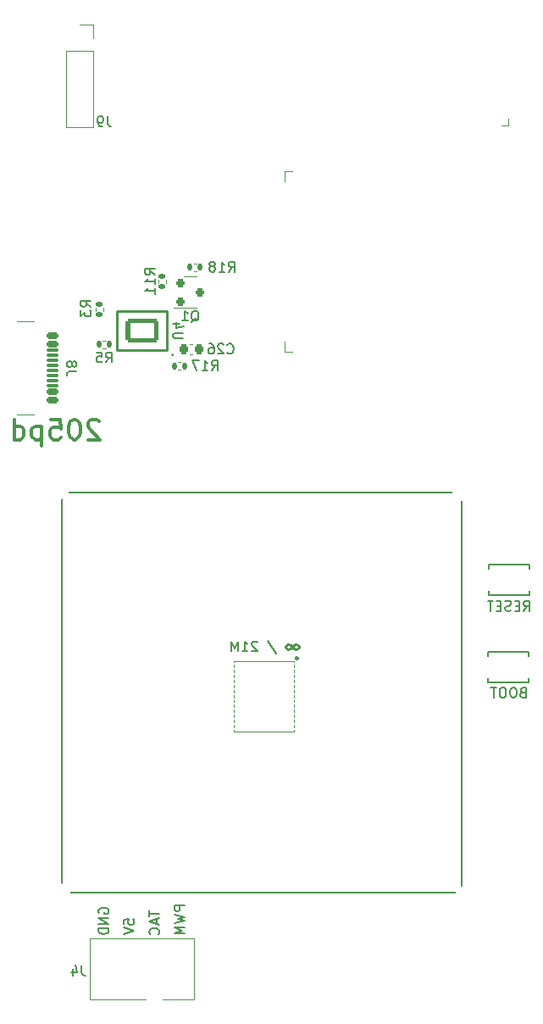
<source format=gbr>
%TF.GenerationSoftware,KiCad,Pcbnew,7.0.10*%
%TF.CreationDate,2024-03-11T15:02:14-04:00*%
%TF.ProjectId,bitaxeUltra,62697461-7865-4556-9c74-72612e6b6963,rev?*%
%TF.SameCoordinates,Original*%
%TF.FileFunction,Legend,Bot*%
%TF.FilePolarity,Positive*%
%FSLAX46Y46*%
G04 Gerber Fmt 4.6, Leading zero omitted, Abs format (unit mm)*
G04 Created by KiCad (PCBNEW 7.0.10) date 2024-03-11 15:02:14*
%MOMM*%
%LPD*%
G01*
G04 APERTURE LIST*
G04 Aperture macros list*
%AMRoundRect*
0 Rectangle with rounded corners*
0 $1 Rounding radius*
0 $2 $3 $4 $5 $6 $7 $8 $9 X,Y pos of 4 corners*
0 Add a 4 corners polygon primitive as box body*
4,1,4,$2,$3,$4,$5,$6,$7,$8,$9,$2,$3,0*
0 Add four circle primitives for the rounded corners*
1,1,$1+$1,$2,$3*
1,1,$1+$1,$4,$5*
1,1,$1+$1,$6,$7*
1,1,$1+$1,$8,$9*
0 Add four rect primitives between the rounded corners*
20,1,$1+$1,$2,$3,$4,$5,0*
20,1,$1+$1,$4,$5,$6,$7,0*
20,1,$1+$1,$6,$7,$8,$9,0*
20,1,$1+$1,$8,$9,$2,$3,0*%
G04 Aperture macros list end*
%ADD10C,0.150000*%
%ADD11C,0.153000*%
%ADD12C,0.250000*%
%ADD13C,0.300000*%
%ADD14C,0.120000*%
%ADD15C,0.254000*%
%ADD16C,0.100000*%
%ADD17C,0.050000*%
%ADD18C,0.227485*%
%ADD19C,0.152400*%
%ADD20C,3.000000*%
%ADD21C,0.800000*%
%ADD22C,6.000000*%
%ADD23R,1.700000X1.700000*%
%ADD24O,1.700000X1.700000*%
%ADD25C,3.500000*%
%ADD26RoundRect,0.135000X0.135000X0.185000X-0.135000X0.185000X-0.135000X-0.185000X0.135000X-0.185000X0*%
%ADD27C,1.295400*%
%ADD28C,1.574800*%
%ADD29C,1.700000*%
%ADD30C,2.000000*%
%ADD31C,0.650000*%
%ADD32RoundRect,0.150000X0.425000X-0.150000X0.425000X0.150000X-0.425000X0.150000X-0.425000X-0.150000X0*%
%ADD33RoundRect,0.075000X0.500000X-0.075000X0.500000X0.075000X-0.500000X0.075000X-0.500000X-0.075000X0*%
%ADD34O,1.800000X1.000000*%
%ADD35O,2.100000X1.000000*%
%ADD36R,0.900000X1.500000*%
%ADD37R,1.500000X0.900000*%
%ADD38R,0.900000X0.900000*%
%ADD39C,0.990600*%
%ADD40C,0.787400*%
%ADD41RoundRect,0.135000X-0.185000X0.135000X-0.185000X-0.135000X0.185000X-0.135000X0.185000X0.135000X0*%
%ADD42O,0.702000X1.502000*%
%ADD43RoundRect,0.240200X1.410800X-0.960800X1.410800X0.960800X-1.410800X0.960800X-1.410800X-0.960800X0*%
%ADD44R,0.792000X0.221000*%
%ADD45R,4.277000X1.810000*%
%ADD46R,4.277000X4.530000*%
%ADD47R,0.900000X1.800000*%
%ADD48RoundRect,0.200000X-0.250000X-0.200000X0.250000X-0.200000X0.250000X0.200000X-0.250000X0.200000X0*%
%ADD49RoundRect,0.225000X-0.225000X-0.250000X0.225000X-0.250000X0.225000X0.250000X-0.225000X0.250000X0*%
%ADD50RoundRect,0.135000X0.185000X-0.135000X0.185000X0.135000X-0.185000X0.135000X-0.185000X-0.135000X0*%
G04 APERTURE END LIST*
D10*
X85450000Y-95700000D02*
X125430000Y-95700000D01*
X125430000Y-135690000D01*
X85450000Y-135690000D01*
X85450000Y-95700000D01*
D11*
X91663663Y-138827523D02*
X91663663Y-138351333D01*
X91663663Y-138351333D02*
X92139853Y-138303714D01*
X92139853Y-138303714D02*
X92092234Y-138351333D01*
X92092234Y-138351333D02*
X92044615Y-138446571D01*
X92044615Y-138446571D02*
X92044615Y-138684666D01*
X92044615Y-138684666D02*
X92092234Y-138779904D01*
X92092234Y-138779904D02*
X92139853Y-138827523D01*
X92139853Y-138827523D02*
X92235091Y-138875142D01*
X92235091Y-138875142D02*
X92473186Y-138875142D01*
X92473186Y-138875142D02*
X92568424Y-138827523D01*
X92568424Y-138827523D02*
X92616044Y-138779904D01*
X92616044Y-138779904D02*
X92663663Y-138684666D01*
X92663663Y-138684666D02*
X92663663Y-138446571D01*
X92663663Y-138446571D02*
X92616044Y-138351333D01*
X92616044Y-138351333D02*
X92568424Y-138303714D01*
X91663663Y-139160857D02*
X92663663Y-139494190D01*
X92663663Y-139494190D02*
X91663663Y-139827523D01*
X106026190Y-110517044D02*
X106883332Y-111802758D01*
X104978570Y-110659901D02*
X104930951Y-110612282D01*
X104930951Y-110612282D02*
X104835713Y-110564663D01*
X104835713Y-110564663D02*
X104597618Y-110564663D01*
X104597618Y-110564663D02*
X104502380Y-110612282D01*
X104502380Y-110612282D02*
X104454761Y-110659901D01*
X104454761Y-110659901D02*
X104407142Y-110755139D01*
X104407142Y-110755139D02*
X104407142Y-110850377D01*
X104407142Y-110850377D02*
X104454761Y-110993234D01*
X104454761Y-110993234D02*
X105026189Y-111564663D01*
X105026189Y-111564663D02*
X104407142Y-111564663D01*
X103454761Y-111564663D02*
X104026189Y-111564663D01*
X103740475Y-111564663D02*
X103740475Y-110564663D01*
X103740475Y-110564663D02*
X103835713Y-110707520D01*
X103835713Y-110707520D02*
X103930951Y-110802758D01*
X103930951Y-110802758D02*
X104026189Y-110850377D01*
X103026189Y-111564663D02*
X103026189Y-110564663D01*
X103026189Y-110564663D02*
X102692856Y-111278948D01*
X102692856Y-111278948D02*
X102359523Y-110564663D01*
X102359523Y-110564663D02*
X102359523Y-111564663D01*
D12*
X108279523Y-110919857D02*
X108089047Y-110824619D01*
X108089047Y-110824619D02*
X107898571Y-110919857D01*
X107898571Y-110919857D02*
X107803333Y-111110333D01*
X107803333Y-111110333D02*
X107898571Y-111300809D01*
X107898571Y-111300809D02*
X108089047Y-111396047D01*
X108089047Y-111396047D02*
X108279523Y-111300809D01*
X108279523Y-111300809D02*
X108660475Y-110919857D01*
X108660475Y-110919857D02*
X108850952Y-110824619D01*
X108850952Y-110824619D02*
X109041428Y-110919857D01*
X109041428Y-110919857D02*
X109136666Y-111110333D01*
X109136666Y-111110333D02*
X109041428Y-111300809D01*
X109041428Y-111300809D02*
X108850952Y-111396047D01*
X108850952Y-111396047D02*
X108660475Y-111300809D01*
X108660475Y-111300809D02*
X108279523Y-110919857D01*
D13*
X89181679Y-88600114D02*
X89086441Y-88504876D01*
X89086441Y-88504876D02*
X88895965Y-88409638D01*
X88895965Y-88409638D02*
X88419774Y-88409638D01*
X88419774Y-88409638D02*
X88229298Y-88504876D01*
X88229298Y-88504876D02*
X88134060Y-88600114D01*
X88134060Y-88600114D02*
X88038822Y-88790590D01*
X88038822Y-88790590D02*
X88038822Y-88981066D01*
X88038822Y-88981066D02*
X88134060Y-89266780D01*
X88134060Y-89266780D02*
X89276917Y-90409638D01*
X89276917Y-90409638D02*
X88038822Y-90409638D01*
X86800727Y-88409638D02*
X86610250Y-88409638D01*
X86610250Y-88409638D02*
X86419774Y-88504876D01*
X86419774Y-88504876D02*
X86324536Y-88600114D01*
X86324536Y-88600114D02*
X86229298Y-88790590D01*
X86229298Y-88790590D02*
X86134060Y-89171542D01*
X86134060Y-89171542D02*
X86134060Y-89647733D01*
X86134060Y-89647733D02*
X86229298Y-90028685D01*
X86229298Y-90028685D02*
X86324536Y-90219161D01*
X86324536Y-90219161D02*
X86419774Y-90314400D01*
X86419774Y-90314400D02*
X86610250Y-90409638D01*
X86610250Y-90409638D02*
X86800727Y-90409638D01*
X86800727Y-90409638D02*
X86991203Y-90314400D01*
X86991203Y-90314400D02*
X87086441Y-90219161D01*
X87086441Y-90219161D02*
X87181679Y-90028685D01*
X87181679Y-90028685D02*
X87276917Y-89647733D01*
X87276917Y-89647733D02*
X87276917Y-89171542D01*
X87276917Y-89171542D02*
X87181679Y-88790590D01*
X87181679Y-88790590D02*
X87086441Y-88600114D01*
X87086441Y-88600114D02*
X86991203Y-88504876D01*
X86991203Y-88504876D02*
X86800727Y-88409638D01*
X84324536Y-88409638D02*
X85276917Y-88409638D01*
X85276917Y-88409638D02*
X85372155Y-89362019D01*
X85372155Y-89362019D02*
X85276917Y-89266780D01*
X85276917Y-89266780D02*
X85086441Y-89171542D01*
X85086441Y-89171542D02*
X84610250Y-89171542D01*
X84610250Y-89171542D02*
X84419774Y-89266780D01*
X84419774Y-89266780D02*
X84324536Y-89362019D01*
X84324536Y-89362019D02*
X84229298Y-89552495D01*
X84229298Y-89552495D02*
X84229298Y-90028685D01*
X84229298Y-90028685D02*
X84324536Y-90219161D01*
X84324536Y-90219161D02*
X84419774Y-90314400D01*
X84419774Y-90314400D02*
X84610250Y-90409638D01*
X84610250Y-90409638D02*
X85086441Y-90409638D01*
X85086441Y-90409638D02*
X85276917Y-90314400D01*
X85276917Y-90314400D02*
X85372155Y-90219161D01*
X83372155Y-89076304D02*
X83372155Y-91076304D01*
X83372155Y-89171542D02*
X83181679Y-89076304D01*
X83181679Y-89076304D02*
X82800726Y-89076304D01*
X82800726Y-89076304D02*
X82610250Y-89171542D01*
X82610250Y-89171542D02*
X82515012Y-89266780D01*
X82515012Y-89266780D02*
X82419774Y-89457257D01*
X82419774Y-89457257D02*
X82419774Y-90028685D01*
X82419774Y-90028685D02*
X82515012Y-90219161D01*
X82515012Y-90219161D02*
X82610250Y-90314400D01*
X82610250Y-90314400D02*
X82800726Y-90409638D01*
X82800726Y-90409638D02*
X83181679Y-90409638D01*
X83181679Y-90409638D02*
X83372155Y-90314400D01*
X80705488Y-90409638D02*
X80705488Y-88409638D01*
X80705488Y-90314400D02*
X80895964Y-90409638D01*
X80895964Y-90409638D02*
X81276917Y-90409638D01*
X81276917Y-90409638D02*
X81467393Y-90314400D01*
X81467393Y-90314400D02*
X81562631Y-90219161D01*
X81562631Y-90219161D02*
X81657869Y-90028685D01*
X81657869Y-90028685D02*
X81657869Y-89457257D01*
X81657869Y-89457257D02*
X81562631Y-89266780D01*
X81562631Y-89266780D02*
X81467393Y-89171542D01*
X81467393Y-89171542D02*
X81276917Y-89076304D01*
X81276917Y-89076304D02*
X80895964Y-89076304D01*
X80895964Y-89076304D02*
X80705488Y-89171542D01*
D11*
X97719663Y-136958238D02*
X96719663Y-136958238D01*
X96719663Y-136958238D02*
X96719663Y-137339190D01*
X96719663Y-137339190D02*
X96767282Y-137434428D01*
X96767282Y-137434428D02*
X96814901Y-137482047D01*
X96814901Y-137482047D02*
X96910139Y-137529666D01*
X96910139Y-137529666D02*
X97052996Y-137529666D01*
X97052996Y-137529666D02*
X97148234Y-137482047D01*
X97148234Y-137482047D02*
X97195853Y-137434428D01*
X97195853Y-137434428D02*
X97243472Y-137339190D01*
X97243472Y-137339190D02*
X97243472Y-136958238D01*
X96719663Y-137863000D02*
X97719663Y-138101095D01*
X97719663Y-138101095D02*
X97005377Y-138291571D01*
X97005377Y-138291571D02*
X97719663Y-138482047D01*
X97719663Y-138482047D02*
X96719663Y-138720143D01*
X97719663Y-139101095D02*
X96719663Y-139101095D01*
X96719663Y-139101095D02*
X97433948Y-139434428D01*
X97433948Y-139434428D02*
X96719663Y-139767761D01*
X96719663Y-139767761D02*
X97719663Y-139767761D01*
X94187163Y-137482047D02*
X94187163Y-138053475D01*
X95187163Y-137767761D02*
X94187163Y-137767761D01*
X94901448Y-138339190D02*
X94901448Y-138815380D01*
X95187163Y-138243952D02*
X94187163Y-138577285D01*
X94187163Y-138577285D02*
X95187163Y-138910618D01*
X95091924Y-139815380D02*
X95139544Y-139767761D01*
X95139544Y-139767761D02*
X95187163Y-139624904D01*
X95187163Y-139624904D02*
X95187163Y-139529666D01*
X95187163Y-139529666D02*
X95139544Y-139386809D01*
X95139544Y-139386809D02*
X95044305Y-139291571D01*
X95044305Y-139291571D02*
X94949067Y-139243952D01*
X94949067Y-139243952D02*
X94758591Y-139196333D01*
X94758591Y-139196333D02*
X94615734Y-139196333D01*
X94615734Y-139196333D02*
X94425258Y-139243952D01*
X94425258Y-139243952D02*
X94330020Y-139291571D01*
X94330020Y-139291571D02*
X94234782Y-139386809D01*
X94234782Y-139386809D02*
X94187163Y-139529666D01*
X94187163Y-139529666D02*
X94187163Y-139624904D01*
X94187163Y-139624904D02*
X94234782Y-139767761D01*
X94234782Y-139767761D02*
X94282401Y-139815380D01*
X89169782Y-137720143D02*
X89122163Y-137624905D01*
X89122163Y-137624905D02*
X89122163Y-137482048D01*
X89122163Y-137482048D02*
X89169782Y-137339191D01*
X89169782Y-137339191D02*
X89265020Y-137243953D01*
X89265020Y-137243953D02*
X89360258Y-137196334D01*
X89360258Y-137196334D02*
X89550734Y-137148715D01*
X89550734Y-137148715D02*
X89693591Y-137148715D01*
X89693591Y-137148715D02*
X89884067Y-137196334D01*
X89884067Y-137196334D02*
X89979305Y-137243953D01*
X89979305Y-137243953D02*
X90074544Y-137339191D01*
X90074544Y-137339191D02*
X90122163Y-137482048D01*
X90122163Y-137482048D02*
X90122163Y-137577286D01*
X90122163Y-137577286D02*
X90074544Y-137720143D01*
X90074544Y-137720143D02*
X90026924Y-137767762D01*
X90026924Y-137767762D02*
X89693591Y-137767762D01*
X89693591Y-137767762D02*
X89693591Y-137577286D01*
X90122163Y-138196334D02*
X89122163Y-138196334D01*
X89122163Y-138196334D02*
X90122163Y-138767762D01*
X90122163Y-138767762D02*
X89122163Y-138767762D01*
X90122163Y-139243953D02*
X89122163Y-139243953D01*
X89122163Y-139243953D02*
X89122163Y-139482048D01*
X89122163Y-139482048D02*
X89169782Y-139624905D01*
X89169782Y-139624905D02*
X89265020Y-139720143D01*
X89265020Y-139720143D02*
X89360258Y-139767762D01*
X89360258Y-139767762D02*
X89550734Y-139815381D01*
X89550734Y-139815381D02*
X89693591Y-139815381D01*
X89693591Y-139815381D02*
X89884067Y-139767762D01*
X89884067Y-139767762D02*
X89979305Y-139720143D01*
X89979305Y-139720143D02*
X90074544Y-139624905D01*
X90074544Y-139624905D02*
X90122163Y-139482048D01*
X90122163Y-139482048D02*
X90122163Y-139243953D01*
X102104857Y-73654663D02*
X102438190Y-73178472D01*
X102676285Y-73654663D02*
X102676285Y-72654663D01*
X102676285Y-72654663D02*
X102295333Y-72654663D01*
X102295333Y-72654663D02*
X102200095Y-72702282D01*
X102200095Y-72702282D02*
X102152476Y-72749901D01*
X102152476Y-72749901D02*
X102104857Y-72845139D01*
X102104857Y-72845139D02*
X102104857Y-72987996D01*
X102104857Y-72987996D02*
X102152476Y-73083234D01*
X102152476Y-73083234D02*
X102200095Y-73130853D01*
X102200095Y-73130853D02*
X102295333Y-73178472D01*
X102295333Y-73178472D02*
X102676285Y-73178472D01*
X101152476Y-73654663D02*
X101723904Y-73654663D01*
X101438190Y-73654663D02*
X101438190Y-72654663D01*
X101438190Y-72654663D02*
X101533428Y-72797520D01*
X101533428Y-72797520D02*
X101628666Y-72892758D01*
X101628666Y-72892758D02*
X101723904Y-72940377D01*
X100581047Y-73083234D02*
X100676285Y-73035615D01*
X100676285Y-73035615D02*
X100723904Y-72987996D01*
X100723904Y-72987996D02*
X100771523Y-72892758D01*
X100771523Y-72892758D02*
X100771523Y-72845139D01*
X100771523Y-72845139D02*
X100723904Y-72749901D01*
X100723904Y-72749901D02*
X100676285Y-72702282D01*
X100676285Y-72702282D02*
X100581047Y-72654663D01*
X100581047Y-72654663D02*
X100390571Y-72654663D01*
X100390571Y-72654663D02*
X100295333Y-72702282D01*
X100295333Y-72702282D02*
X100247714Y-72749901D01*
X100247714Y-72749901D02*
X100200095Y-72845139D01*
X100200095Y-72845139D02*
X100200095Y-72892758D01*
X100200095Y-72892758D02*
X100247714Y-72987996D01*
X100247714Y-72987996D02*
X100295333Y-73035615D01*
X100295333Y-73035615D02*
X100390571Y-73083234D01*
X100390571Y-73083234D02*
X100581047Y-73083234D01*
X100581047Y-73083234D02*
X100676285Y-73130853D01*
X100676285Y-73130853D02*
X100723904Y-73178472D01*
X100723904Y-73178472D02*
X100771523Y-73273710D01*
X100771523Y-73273710D02*
X100771523Y-73464186D01*
X100771523Y-73464186D02*
X100723904Y-73559424D01*
X100723904Y-73559424D02*
X100676285Y-73607044D01*
X100676285Y-73607044D02*
X100581047Y-73654663D01*
X100581047Y-73654663D02*
X100390571Y-73654663D01*
X100390571Y-73654663D02*
X100295333Y-73607044D01*
X100295333Y-73607044D02*
X100247714Y-73559424D01*
X100247714Y-73559424D02*
X100200095Y-73464186D01*
X100200095Y-73464186D02*
X100200095Y-73273710D01*
X100200095Y-73273710D02*
X100247714Y-73178472D01*
X100247714Y-73178472D02*
X100295333Y-73130853D01*
X100295333Y-73130853D02*
X100390571Y-73083234D01*
X87423333Y-142934663D02*
X87423333Y-143648948D01*
X87423333Y-143648948D02*
X87470952Y-143791805D01*
X87470952Y-143791805D02*
X87566190Y-143887044D01*
X87566190Y-143887044D02*
X87709047Y-143934663D01*
X87709047Y-143934663D02*
X87804285Y-143934663D01*
X86518571Y-143267996D02*
X86518571Y-143934663D01*
X86756666Y-142887044D02*
X86994761Y-143601329D01*
X86994761Y-143601329D02*
X86375714Y-143601329D01*
X90013333Y-58134663D02*
X90013333Y-58848948D01*
X90013333Y-58848948D02*
X90060952Y-58991805D01*
X90060952Y-58991805D02*
X90156190Y-59087044D01*
X90156190Y-59087044D02*
X90299047Y-59134663D01*
X90299047Y-59134663D02*
X90394285Y-59134663D01*
X89489523Y-59134663D02*
X89299047Y-59134663D01*
X89299047Y-59134663D02*
X89203809Y-59087044D01*
X89203809Y-59087044D02*
X89156190Y-59039424D01*
X89156190Y-59039424D02*
X89060952Y-58896567D01*
X89060952Y-58896567D02*
X89013333Y-58706091D01*
X89013333Y-58706091D02*
X89013333Y-58325139D01*
X89013333Y-58325139D02*
X89060952Y-58229901D01*
X89060952Y-58229901D02*
X89108571Y-58182282D01*
X89108571Y-58182282D02*
X89203809Y-58134663D01*
X89203809Y-58134663D02*
X89394285Y-58134663D01*
X89394285Y-58134663D02*
X89489523Y-58182282D01*
X89489523Y-58182282D02*
X89537142Y-58229901D01*
X89537142Y-58229901D02*
X89584761Y-58325139D01*
X89584761Y-58325139D02*
X89584761Y-58563234D01*
X89584761Y-58563234D02*
X89537142Y-58658472D01*
X89537142Y-58658472D02*
X89489523Y-58706091D01*
X89489523Y-58706091D02*
X89394285Y-58753710D01*
X89394285Y-58753710D02*
X89203809Y-58753710D01*
X89203809Y-58753710D02*
X89108571Y-58706091D01*
X89108571Y-58706091D02*
X89060952Y-58658472D01*
X89060952Y-58658472D02*
X89013333Y-58563234D01*
X89828666Y-82699863D02*
X90161999Y-82223672D01*
X90400094Y-82699863D02*
X90400094Y-81699863D01*
X90400094Y-81699863D02*
X90019142Y-81699863D01*
X90019142Y-81699863D02*
X89923904Y-81747482D01*
X89923904Y-81747482D02*
X89876285Y-81795101D01*
X89876285Y-81795101D02*
X89828666Y-81890339D01*
X89828666Y-81890339D02*
X89828666Y-82033196D01*
X89828666Y-82033196D02*
X89876285Y-82128434D01*
X89876285Y-82128434D02*
X89923904Y-82176053D01*
X89923904Y-82176053D02*
X90019142Y-82223672D01*
X90019142Y-82223672D02*
X90400094Y-82223672D01*
X88923904Y-81699863D02*
X89400094Y-81699863D01*
X89400094Y-81699863D02*
X89447713Y-82176053D01*
X89447713Y-82176053D02*
X89400094Y-82128434D01*
X89400094Y-82128434D02*
X89304856Y-82080815D01*
X89304856Y-82080815D02*
X89066761Y-82080815D01*
X89066761Y-82080815D02*
X88971523Y-82128434D01*
X88971523Y-82128434D02*
X88923904Y-82176053D01*
X88923904Y-82176053D02*
X88876285Y-82271291D01*
X88876285Y-82271291D02*
X88876285Y-82509386D01*
X88876285Y-82509386D02*
X88923904Y-82604624D01*
X88923904Y-82604624D02*
X88971523Y-82652244D01*
X88971523Y-82652244D02*
X89066761Y-82699863D01*
X89066761Y-82699863D02*
X89304856Y-82699863D01*
X89304856Y-82699863D02*
X89400094Y-82652244D01*
X89400094Y-82652244D02*
X89447713Y-82604624D01*
X86910336Y-83593333D02*
X86196051Y-83593333D01*
X86196051Y-83593333D02*
X86053194Y-83640952D01*
X86053194Y-83640952D02*
X85957956Y-83736190D01*
X85957956Y-83736190D02*
X85910336Y-83879047D01*
X85910336Y-83879047D02*
X85910336Y-83974285D01*
X86481765Y-82974285D02*
X86529384Y-83069523D01*
X86529384Y-83069523D02*
X86577003Y-83117142D01*
X86577003Y-83117142D02*
X86672241Y-83164761D01*
X86672241Y-83164761D02*
X86719860Y-83164761D01*
X86719860Y-83164761D02*
X86815098Y-83117142D01*
X86815098Y-83117142D02*
X86862717Y-83069523D01*
X86862717Y-83069523D02*
X86910336Y-82974285D01*
X86910336Y-82974285D02*
X86910336Y-82783809D01*
X86910336Y-82783809D02*
X86862717Y-82688571D01*
X86862717Y-82688571D02*
X86815098Y-82640952D01*
X86815098Y-82640952D02*
X86719860Y-82593333D01*
X86719860Y-82593333D02*
X86672241Y-82593333D01*
X86672241Y-82593333D02*
X86577003Y-82640952D01*
X86577003Y-82640952D02*
X86529384Y-82688571D01*
X86529384Y-82688571D02*
X86481765Y-82783809D01*
X86481765Y-82783809D02*
X86481765Y-82974285D01*
X86481765Y-82974285D02*
X86434146Y-83069523D01*
X86434146Y-83069523D02*
X86386527Y-83117142D01*
X86386527Y-83117142D02*
X86291289Y-83164761D01*
X86291289Y-83164761D02*
X86100813Y-83164761D01*
X86100813Y-83164761D02*
X86005575Y-83117142D01*
X86005575Y-83117142D02*
X85957956Y-83069523D01*
X85957956Y-83069523D02*
X85910336Y-82974285D01*
X85910336Y-82974285D02*
X85910336Y-82783809D01*
X85910336Y-82783809D02*
X85957956Y-82688571D01*
X85957956Y-82688571D02*
X86005575Y-82640952D01*
X86005575Y-82640952D02*
X86100813Y-82593333D01*
X86100813Y-82593333D02*
X86291289Y-82593333D01*
X86291289Y-82593333D02*
X86386527Y-82640952D01*
X86386527Y-82640952D02*
X86434146Y-82688571D01*
X86434146Y-82688571D02*
X86481765Y-82783809D01*
X94756663Y-73957142D02*
X94280472Y-73623809D01*
X94756663Y-73385714D02*
X93756663Y-73385714D01*
X93756663Y-73385714D02*
X93756663Y-73766666D01*
X93756663Y-73766666D02*
X93804282Y-73861904D01*
X93804282Y-73861904D02*
X93851901Y-73909523D01*
X93851901Y-73909523D02*
X93947139Y-73957142D01*
X93947139Y-73957142D02*
X94089996Y-73957142D01*
X94089996Y-73957142D02*
X94185234Y-73909523D01*
X94185234Y-73909523D02*
X94232853Y-73861904D01*
X94232853Y-73861904D02*
X94280472Y-73766666D01*
X94280472Y-73766666D02*
X94280472Y-73385714D01*
X94756663Y-74909523D02*
X94756663Y-74338095D01*
X94756663Y-74623809D02*
X93756663Y-74623809D01*
X93756663Y-74623809D02*
X93899520Y-74528571D01*
X93899520Y-74528571D02*
X93994758Y-74433333D01*
X93994758Y-74433333D02*
X94042377Y-74338095D01*
X94756663Y-75861904D02*
X94756663Y-75290476D01*
X94756663Y-75576190D02*
X93756663Y-75576190D01*
X93756663Y-75576190D02*
X93899520Y-75480952D01*
X93899520Y-75480952D02*
X93994758Y-75385714D01*
X93994758Y-75385714D02*
X94042377Y-75290476D01*
X97573336Y-80311904D02*
X96763813Y-80311904D01*
X96763813Y-80311904D02*
X96668575Y-80264285D01*
X96668575Y-80264285D02*
X96620956Y-80216666D01*
X96620956Y-80216666D02*
X96573336Y-80121428D01*
X96573336Y-80121428D02*
X96573336Y-79930952D01*
X96573336Y-79930952D02*
X96620956Y-79835714D01*
X96620956Y-79835714D02*
X96668575Y-79788095D01*
X96668575Y-79788095D02*
X96763813Y-79740476D01*
X96763813Y-79740476D02*
X97573336Y-79740476D01*
X97240003Y-78835714D02*
X96573336Y-78835714D01*
X97620956Y-79073809D02*
X96906670Y-79311904D01*
X96906670Y-79311904D02*
X96906670Y-78692857D01*
X100414057Y-83512663D02*
X100747390Y-83036472D01*
X100985485Y-83512663D02*
X100985485Y-82512663D01*
X100985485Y-82512663D02*
X100604533Y-82512663D01*
X100604533Y-82512663D02*
X100509295Y-82560282D01*
X100509295Y-82560282D02*
X100461676Y-82607901D01*
X100461676Y-82607901D02*
X100414057Y-82703139D01*
X100414057Y-82703139D02*
X100414057Y-82845996D01*
X100414057Y-82845996D02*
X100461676Y-82941234D01*
X100461676Y-82941234D02*
X100509295Y-82988853D01*
X100509295Y-82988853D02*
X100604533Y-83036472D01*
X100604533Y-83036472D02*
X100985485Y-83036472D01*
X99461676Y-83512663D02*
X100033104Y-83512663D01*
X99747390Y-83512663D02*
X99747390Y-82512663D01*
X99747390Y-82512663D02*
X99842628Y-82655520D01*
X99842628Y-82655520D02*
X99937866Y-82750758D01*
X99937866Y-82750758D02*
X100033104Y-82798377D01*
X99128342Y-82512663D02*
X98461676Y-82512663D01*
X98461676Y-82512663D02*
X98890247Y-83512663D01*
X131608381Y-107530663D02*
X131941714Y-107054472D01*
X132179809Y-107530663D02*
X132179809Y-106530663D01*
X132179809Y-106530663D02*
X131798857Y-106530663D01*
X131798857Y-106530663D02*
X131703619Y-106578282D01*
X131703619Y-106578282D02*
X131656000Y-106625901D01*
X131656000Y-106625901D02*
X131608381Y-106721139D01*
X131608381Y-106721139D02*
X131608381Y-106863996D01*
X131608381Y-106863996D02*
X131656000Y-106959234D01*
X131656000Y-106959234D02*
X131703619Y-107006853D01*
X131703619Y-107006853D02*
X131798857Y-107054472D01*
X131798857Y-107054472D02*
X132179809Y-107054472D01*
X131179809Y-107006853D02*
X130846476Y-107006853D01*
X130703619Y-107530663D02*
X131179809Y-107530663D01*
X131179809Y-107530663D02*
X131179809Y-106530663D01*
X131179809Y-106530663D02*
X130703619Y-106530663D01*
X130322666Y-107483044D02*
X130179809Y-107530663D01*
X130179809Y-107530663D02*
X129941714Y-107530663D01*
X129941714Y-107530663D02*
X129846476Y-107483044D01*
X129846476Y-107483044D02*
X129798857Y-107435424D01*
X129798857Y-107435424D02*
X129751238Y-107340186D01*
X129751238Y-107340186D02*
X129751238Y-107244948D01*
X129751238Y-107244948D02*
X129798857Y-107149710D01*
X129798857Y-107149710D02*
X129846476Y-107102091D01*
X129846476Y-107102091D02*
X129941714Y-107054472D01*
X129941714Y-107054472D02*
X130132190Y-107006853D01*
X130132190Y-107006853D02*
X130227428Y-106959234D01*
X130227428Y-106959234D02*
X130275047Y-106911615D01*
X130275047Y-106911615D02*
X130322666Y-106816377D01*
X130322666Y-106816377D02*
X130322666Y-106721139D01*
X130322666Y-106721139D02*
X130275047Y-106625901D01*
X130275047Y-106625901D02*
X130227428Y-106578282D01*
X130227428Y-106578282D02*
X130132190Y-106530663D01*
X130132190Y-106530663D02*
X129894095Y-106530663D01*
X129894095Y-106530663D02*
X129751238Y-106578282D01*
X129322666Y-107006853D02*
X128989333Y-107006853D01*
X128846476Y-107530663D02*
X129322666Y-107530663D01*
X129322666Y-107530663D02*
X129322666Y-106530663D01*
X129322666Y-106530663D02*
X128846476Y-106530663D01*
X128560761Y-106530663D02*
X127989333Y-106530663D01*
X128275047Y-107530663D02*
X128275047Y-106530663D01*
X98367238Y-78649901D02*
X98462476Y-78602282D01*
X98462476Y-78602282D02*
X98557714Y-78507044D01*
X98557714Y-78507044D02*
X98700571Y-78364186D01*
X98700571Y-78364186D02*
X98795809Y-78316567D01*
X98795809Y-78316567D02*
X98891047Y-78316567D01*
X98843428Y-78554663D02*
X98938666Y-78507044D01*
X98938666Y-78507044D02*
X99033904Y-78411805D01*
X99033904Y-78411805D02*
X99081523Y-78221329D01*
X99081523Y-78221329D02*
X99081523Y-77887996D01*
X99081523Y-77887996D02*
X99033904Y-77697520D01*
X99033904Y-77697520D02*
X98938666Y-77602282D01*
X98938666Y-77602282D02*
X98843428Y-77554663D01*
X98843428Y-77554663D02*
X98652952Y-77554663D01*
X98652952Y-77554663D02*
X98557714Y-77602282D01*
X98557714Y-77602282D02*
X98462476Y-77697520D01*
X98462476Y-77697520D02*
X98414857Y-77887996D01*
X98414857Y-77887996D02*
X98414857Y-78221329D01*
X98414857Y-78221329D02*
X98462476Y-78411805D01*
X98462476Y-78411805D02*
X98557714Y-78507044D01*
X98557714Y-78507044D02*
X98652952Y-78554663D01*
X98652952Y-78554663D02*
X98843428Y-78554663D01*
X97462476Y-78554663D02*
X98033904Y-78554663D01*
X97748190Y-78554663D02*
X97748190Y-77554663D01*
X97748190Y-77554663D02*
X97843428Y-77697520D01*
X97843428Y-77697520D02*
X97938666Y-77792758D01*
X97938666Y-77792758D02*
X98033904Y-77840377D01*
X101988857Y-81741024D02*
X102036476Y-81788644D01*
X102036476Y-81788644D02*
X102179333Y-81836263D01*
X102179333Y-81836263D02*
X102274571Y-81836263D01*
X102274571Y-81836263D02*
X102417428Y-81788644D01*
X102417428Y-81788644D02*
X102512666Y-81693405D01*
X102512666Y-81693405D02*
X102560285Y-81598167D01*
X102560285Y-81598167D02*
X102607904Y-81407691D01*
X102607904Y-81407691D02*
X102607904Y-81264834D01*
X102607904Y-81264834D02*
X102560285Y-81074358D01*
X102560285Y-81074358D02*
X102512666Y-80979120D01*
X102512666Y-80979120D02*
X102417428Y-80883882D01*
X102417428Y-80883882D02*
X102274571Y-80836263D01*
X102274571Y-80836263D02*
X102179333Y-80836263D01*
X102179333Y-80836263D02*
X102036476Y-80883882D01*
X102036476Y-80883882D02*
X101988857Y-80931501D01*
X101607904Y-80931501D02*
X101560285Y-80883882D01*
X101560285Y-80883882D02*
X101465047Y-80836263D01*
X101465047Y-80836263D02*
X101226952Y-80836263D01*
X101226952Y-80836263D02*
X101131714Y-80883882D01*
X101131714Y-80883882D02*
X101084095Y-80931501D01*
X101084095Y-80931501D02*
X101036476Y-81026739D01*
X101036476Y-81026739D02*
X101036476Y-81121977D01*
X101036476Y-81121977D02*
X101084095Y-81264834D01*
X101084095Y-81264834D02*
X101655523Y-81836263D01*
X101655523Y-81836263D02*
X101036476Y-81836263D01*
X100179333Y-80836263D02*
X100369809Y-80836263D01*
X100369809Y-80836263D02*
X100465047Y-80883882D01*
X100465047Y-80883882D02*
X100512666Y-80931501D01*
X100512666Y-80931501D02*
X100607904Y-81074358D01*
X100607904Y-81074358D02*
X100655523Y-81264834D01*
X100655523Y-81264834D02*
X100655523Y-81645786D01*
X100655523Y-81645786D02*
X100607904Y-81741024D01*
X100607904Y-81741024D02*
X100560285Y-81788644D01*
X100560285Y-81788644D02*
X100465047Y-81836263D01*
X100465047Y-81836263D02*
X100274571Y-81836263D01*
X100274571Y-81836263D02*
X100179333Y-81788644D01*
X100179333Y-81788644D02*
X100131714Y-81741024D01*
X100131714Y-81741024D02*
X100084095Y-81645786D01*
X100084095Y-81645786D02*
X100084095Y-81407691D01*
X100084095Y-81407691D02*
X100131714Y-81312453D01*
X100131714Y-81312453D02*
X100179333Y-81264834D01*
X100179333Y-81264834D02*
X100274571Y-81217215D01*
X100274571Y-81217215D02*
X100465047Y-81217215D01*
X100465047Y-81217215D02*
X100560285Y-81264834D01*
X100560285Y-81264834D02*
X100607904Y-81312453D01*
X100607904Y-81312453D02*
X100655523Y-81407691D01*
X131514142Y-115658853D02*
X131371285Y-115706472D01*
X131371285Y-115706472D02*
X131323666Y-115754091D01*
X131323666Y-115754091D02*
X131276047Y-115849329D01*
X131276047Y-115849329D02*
X131276047Y-115992186D01*
X131276047Y-115992186D02*
X131323666Y-116087424D01*
X131323666Y-116087424D02*
X131371285Y-116135044D01*
X131371285Y-116135044D02*
X131466523Y-116182663D01*
X131466523Y-116182663D02*
X131847475Y-116182663D01*
X131847475Y-116182663D02*
X131847475Y-115182663D01*
X131847475Y-115182663D02*
X131514142Y-115182663D01*
X131514142Y-115182663D02*
X131418904Y-115230282D01*
X131418904Y-115230282D02*
X131371285Y-115277901D01*
X131371285Y-115277901D02*
X131323666Y-115373139D01*
X131323666Y-115373139D02*
X131323666Y-115468377D01*
X131323666Y-115468377D02*
X131371285Y-115563615D01*
X131371285Y-115563615D02*
X131418904Y-115611234D01*
X131418904Y-115611234D02*
X131514142Y-115658853D01*
X131514142Y-115658853D02*
X131847475Y-115658853D01*
X130656999Y-115182663D02*
X130466523Y-115182663D01*
X130466523Y-115182663D02*
X130371285Y-115230282D01*
X130371285Y-115230282D02*
X130276047Y-115325520D01*
X130276047Y-115325520D02*
X130228428Y-115515996D01*
X130228428Y-115515996D02*
X130228428Y-115849329D01*
X130228428Y-115849329D02*
X130276047Y-116039805D01*
X130276047Y-116039805D02*
X130371285Y-116135044D01*
X130371285Y-116135044D02*
X130466523Y-116182663D01*
X130466523Y-116182663D02*
X130656999Y-116182663D01*
X130656999Y-116182663D02*
X130752237Y-116135044D01*
X130752237Y-116135044D02*
X130847475Y-116039805D01*
X130847475Y-116039805D02*
X130895094Y-115849329D01*
X130895094Y-115849329D02*
X130895094Y-115515996D01*
X130895094Y-115515996D02*
X130847475Y-115325520D01*
X130847475Y-115325520D02*
X130752237Y-115230282D01*
X130752237Y-115230282D02*
X130656999Y-115182663D01*
X129609380Y-115182663D02*
X129418904Y-115182663D01*
X129418904Y-115182663D02*
X129323666Y-115230282D01*
X129323666Y-115230282D02*
X129228428Y-115325520D01*
X129228428Y-115325520D02*
X129180809Y-115515996D01*
X129180809Y-115515996D02*
X129180809Y-115849329D01*
X129180809Y-115849329D02*
X129228428Y-116039805D01*
X129228428Y-116039805D02*
X129323666Y-116135044D01*
X129323666Y-116135044D02*
X129418904Y-116182663D01*
X129418904Y-116182663D02*
X129609380Y-116182663D01*
X129609380Y-116182663D02*
X129704618Y-116135044D01*
X129704618Y-116135044D02*
X129799856Y-116039805D01*
X129799856Y-116039805D02*
X129847475Y-115849329D01*
X129847475Y-115849329D02*
X129847475Y-115515996D01*
X129847475Y-115515996D02*
X129799856Y-115325520D01*
X129799856Y-115325520D02*
X129704618Y-115230282D01*
X129704618Y-115230282D02*
X129609380Y-115182663D01*
X128895094Y-115182663D02*
X128323666Y-115182663D01*
X128609380Y-116182663D02*
X128609380Y-115182663D01*
X88338663Y-77150933D02*
X87862472Y-76817600D01*
X88338663Y-76579505D02*
X87338663Y-76579505D01*
X87338663Y-76579505D02*
X87338663Y-76960457D01*
X87338663Y-76960457D02*
X87386282Y-77055695D01*
X87386282Y-77055695D02*
X87433901Y-77103314D01*
X87433901Y-77103314D02*
X87529139Y-77150933D01*
X87529139Y-77150933D02*
X87671996Y-77150933D01*
X87671996Y-77150933D02*
X87767234Y-77103314D01*
X87767234Y-77103314D02*
X87814853Y-77055695D01*
X87814853Y-77055695D02*
X87862472Y-76960457D01*
X87862472Y-76960457D02*
X87862472Y-76579505D01*
X87338663Y-77484267D02*
X87338663Y-78103314D01*
X87338663Y-78103314D02*
X87719615Y-77769981D01*
X87719615Y-77769981D02*
X87719615Y-77912838D01*
X87719615Y-77912838D02*
X87767234Y-78008076D01*
X87767234Y-78008076D02*
X87814853Y-78055695D01*
X87814853Y-78055695D02*
X87910091Y-78103314D01*
X87910091Y-78103314D02*
X88148186Y-78103314D01*
X88148186Y-78103314D02*
X88243424Y-78055695D01*
X88243424Y-78055695D02*
X88291044Y-78008076D01*
X88291044Y-78008076D02*
X88338663Y-77912838D01*
X88338663Y-77912838D02*
X88338663Y-77627124D01*
X88338663Y-77627124D02*
X88291044Y-77531886D01*
X88291044Y-77531886D02*
X88243424Y-77484267D01*
D14*
%TO.C,R18*%
X98925641Y-73580000D02*
X98618359Y-73580000D01*
X98925641Y-72820000D02*
X98618359Y-72820000D01*
%TO.C,J4*%
X88198600Y-140193000D02*
X98663400Y-140193000D01*
X88198600Y-146289000D02*
X88198600Y-140193000D01*
X93861825Y-146289000D02*
X88198600Y-146289000D01*
X98663400Y-140193000D02*
X98663400Y-146289000D01*
X98663400Y-146289000D02*
X95540175Y-146289000D01*
%TO.C,J9*%
X88535000Y-59242000D02*
X85875000Y-59242000D01*
X88535000Y-51562000D02*
X88535000Y-59242000D01*
X88535000Y-51562000D02*
X85875000Y-51562000D01*
X88535000Y-50292000D02*
X88535000Y-48962000D01*
X88535000Y-48962000D02*
X87205000Y-48962000D01*
X85875000Y-51562000D02*
X85875000Y-59242000D01*
%TO.C,R5*%
X89825641Y-81280000D02*
X89518359Y-81280000D01*
X89825641Y-80520000D02*
X89518359Y-80520000D01*
%TO.C,J8*%
X80965000Y-87930000D02*
X82665000Y-87930000D01*
X80965000Y-78590000D02*
X82665000Y-78590000D01*
%TO.C,U12*%
X107680000Y-81610000D02*
X107680000Y-80610000D01*
X108430000Y-81610000D02*
X107680000Y-81610000D01*
X107680000Y-63610000D02*
X107680000Y-64610000D01*
X108430000Y-63610000D02*
X107680000Y-63610000D01*
%TO.C,J5*%
X130035000Y-59000000D02*
X130035000Y-58365000D01*
X129400000Y-59000000D02*
X130035000Y-59000000D01*
%TO.C,R11*%
X95852000Y-74446359D02*
X95852000Y-74753641D01*
X95092000Y-74446359D02*
X95092000Y-74753641D01*
%TO.C,G\u002A\u002A\u002A*%
G36*
X118501554Y-95339509D02*
G01*
X118504814Y-95345777D01*
X118487663Y-95353401D01*
X118476632Y-95351897D01*
X118473772Y-95339509D01*
X118476826Y-95337016D01*
X118501554Y-95339509D01*
G37*
D15*
%TO.C,U4*%
X95972000Y-81500000D02*
X90972000Y-81500000D01*
X90972000Y-81500000D02*
X90972000Y-77600000D01*
X90972000Y-77600000D02*
X95972000Y-77600000D01*
X95972000Y-77600000D02*
X95972000Y-81500000D01*
D16*
X96620000Y-81963000D02*
G75*
G03*
X96420000Y-81963000I-100000J0D01*
G01*
X96420000Y-81963000D02*
G75*
G03*
X96620000Y-81963000I100000J0D01*
G01*
D17*
%TO.C,U14*%
X108612000Y-112568000D02*
X102612000Y-112568000D01*
X102612000Y-112568000D02*
X102612000Y-119568000D01*
X102612000Y-119568000D02*
X108612000Y-119568000D01*
X108612000Y-119568000D02*
X108612000Y-112568000D01*
D18*
X109045742Y-112258000D02*
G75*
G03*
X108818258Y-112258000I-113742J0D01*
G01*
X108818258Y-112258000D02*
G75*
G03*
X109045742Y-112258000I113742J0D01*
G01*
D14*
%TO.C,R17*%
X97334041Y-83438000D02*
X97026759Y-83438000D01*
X97334041Y-82678000D02*
X97026759Y-82678000D01*
D19*
%TO.C,SW1*%
X132218000Y-105972000D02*
X128154000Y-105972000D01*
X132218000Y-105542740D02*
X132218000Y-105972000D01*
X132218000Y-102924000D02*
X132218000Y-103353260D01*
X128154000Y-105972000D02*
X128154000Y-105542740D01*
X128154000Y-103353260D02*
X128154000Y-102924000D01*
X128154000Y-102924000D02*
X132218000Y-102924000D01*
D14*
%TO.C,Q1*%
X98272000Y-74140000D02*
X97622000Y-74140000D01*
X98272000Y-74140000D02*
X98922000Y-74140000D01*
X98272000Y-77260000D02*
X96597000Y-77260000D01*
X98272000Y-77260000D02*
X98922000Y-77260000D01*
%TO.C,C26*%
X98231420Y-80890000D02*
X98512580Y-80890000D01*
X98231420Y-81910000D02*
X98512580Y-81910000D01*
D19*
%TO.C,SW2*%
X132114000Y-114679000D02*
X128050000Y-114679000D01*
X132114000Y-114249740D02*
X132114000Y-114679000D01*
X132114000Y-111631000D02*
X132114000Y-112060260D01*
X128050000Y-114679000D02*
X128050000Y-114249740D01*
X128050000Y-112060260D02*
X128050000Y-111631000D01*
X128050000Y-111631000D02*
X132114000Y-111631000D01*
D14*
%TO.C,R3*%
X88792000Y-77563641D02*
X88792000Y-77256359D01*
X89552000Y-77563641D02*
X89552000Y-77256359D01*
%TD*%
%LPC*%
%TO.C,U12*%
X133180000Y-81610000D02*
X133180000Y-63610000D01*
%TO.C,G\u002A\u002A\u002A*%
G36*
X110835225Y-83669191D02*
G01*
X111225774Y-84059740D01*
X110840646Y-84445290D01*
X110743775Y-84541920D01*
X110649131Y-84635592D01*
X110567917Y-84715197D01*
X110504115Y-84776859D01*
X110461707Y-84816699D01*
X110444677Y-84830841D01*
X110429633Y-84818501D01*
X110388808Y-84780268D01*
X110326321Y-84719953D01*
X110246154Y-84641434D01*
X110152289Y-84548587D01*
X110048708Y-84445290D01*
X109663579Y-84059740D01*
X110054128Y-83669191D01*
X110444677Y-83278642D01*
X110835225Y-83669191D01*
G37*
G36*
X106952962Y-84218195D02*
G01*
X107012788Y-84384727D01*
X107130174Y-84656382D01*
X107260097Y-84893409D01*
X107401616Y-85094547D01*
X107553792Y-85258537D01*
X107715685Y-85384116D01*
X107886356Y-85470027D01*
X107916657Y-85479077D01*
X107996489Y-85494470D01*
X108098933Y-85507422D01*
X108211773Y-85516200D01*
X108448024Y-85528872D01*
X108633717Y-85851383D01*
X108687239Y-85945026D01*
X108740061Y-86039000D01*
X108781920Y-86115205D01*
X108809482Y-86167559D01*
X108819410Y-86189981D01*
X108812654Y-86193248D01*
X108772106Y-86198329D01*
X108701063Y-86202393D01*
X108606604Y-86205090D01*
X108495806Y-86206067D01*
X108172203Y-86206067D01*
X108178046Y-87763614D01*
X108179056Y-88029567D01*
X108180108Y-88286071D01*
X108181182Y-88506491D01*
X108182369Y-88693760D01*
X108183761Y-88850811D01*
X108185446Y-88980576D01*
X108187518Y-89085988D01*
X108190065Y-89169980D01*
X108193180Y-89235484D01*
X108196952Y-89285434D01*
X108201474Y-89322762D01*
X108206835Y-89350400D01*
X108213126Y-89371282D01*
X108220439Y-89388341D01*
X108228864Y-89404508D01*
X108261787Y-89457864D01*
X108349332Y-89557893D01*
X108450475Y-89629877D01*
X108508694Y-89659932D01*
X108417585Y-89713326D01*
X108319765Y-89792653D01*
X108242377Y-89900266D01*
X108195128Y-90023485D01*
X108193591Y-90033321D01*
X108189824Y-90086905D01*
X108186397Y-90179408D01*
X108183334Y-90308844D01*
X108180661Y-90473224D01*
X108178401Y-90670562D01*
X108176578Y-90898870D01*
X108175218Y-91156162D01*
X108174344Y-91440449D01*
X108173980Y-91749745D01*
X108173471Y-93386531D01*
X107742630Y-93787538D01*
X107311790Y-94188545D01*
X107277386Y-94097910D01*
X107247290Y-94032073D01*
X107177868Y-93916154D01*
X107082976Y-93783702D01*
X106967059Y-93640128D01*
X106834561Y-93490847D01*
X106689927Y-93341272D01*
X106537600Y-93196816D01*
X106483754Y-93146978D01*
X106402109Y-93067371D01*
X106327474Y-92990122D01*
X106262576Y-92918696D01*
X106210143Y-92856560D01*
X106172904Y-92807181D01*
X106153586Y-92774024D01*
X106154918Y-92760556D01*
X106179628Y-92770243D01*
X106230444Y-92806551D01*
X106299366Y-92857410D01*
X106369454Y-92896819D01*
X106436950Y-92916253D01*
X106516137Y-92921454D01*
X106532152Y-92921097D01*
X106642284Y-92901731D01*
X106745371Y-92857661D01*
X106824867Y-92795630D01*
X106826684Y-92793536D01*
X106833773Y-92782700D01*
X106839814Y-92766544D01*
X106844873Y-92742039D01*
X106849018Y-92706155D01*
X106852314Y-92655863D01*
X106854829Y-92588133D01*
X106856628Y-92499937D01*
X106857778Y-92388244D01*
X106858346Y-92250025D01*
X106858398Y-92082251D01*
X106858000Y-91881892D01*
X106857219Y-91645920D01*
X106856122Y-91371304D01*
X106850337Y-89987937D01*
X106790861Y-89886750D01*
X106733692Y-89809469D01*
X106627929Y-89721251D01*
X106524473Y-89656939D01*
X106595168Y-89620671D01*
X106660367Y-89577358D01*
X106737556Y-89503287D01*
X106800898Y-89418954D01*
X106838416Y-89338263D01*
X106840403Y-89327806D01*
X106845101Y-89272011D01*
X106849184Y-89174805D01*
X106852651Y-89036374D01*
X106855498Y-88856905D01*
X106857723Y-88636583D01*
X106859323Y-88375593D01*
X106860296Y-88074124D01*
X106860639Y-87732359D01*
X106860755Y-86206067D01*
X106708307Y-86206067D01*
X106555859Y-86206067D01*
X106282673Y-85867470D01*
X106009487Y-85528872D01*
X106435121Y-85523240D01*
X106860755Y-85517608D01*
X106861024Y-84731444D01*
X106861292Y-83945279D01*
X106952962Y-84218195D01*
G37*
G36*
X110875684Y-85508401D02*
G01*
X110901173Y-85546235D01*
X110945271Y-85612062D01*
X111005209Y-85701741D01*
X111078222Y-85811131D01*
X111161542Y-85936090D01*
X111252402Y-86072478D01*
X111628268Y-86636921D01*
X111578013Y-86701135D01*
X111533263Y-86747758D01*
X111443903Y-86815237D01*
X111334780Y-86877924D01*
X111218190Y-86928062D01*
X111111453Y-86965971D01*
X111111453Y-88107771D01*
X111111446Y-88275760D01*
X111111559Y-88507622D01*
X111112114Y-88703489D01*
X111113445Y-88866832D01*
X111115885Y-89001120D01*
X111119767Y-89109823D01*
X111125425Y-89196412D01*
X111133192Y-89264355D01*
X111143400Y-89317123D01*
X111156384Y-89358185D01*
X111172477Y-89391011D01*
X111192011Y-89419071D01*
X111215321Y-89445835D01*
X111242739Y-89474772D01*
X111256864Y-89488805D01*
X111322178Y-89541654D01*
X111387734Y-89580913D01*
X111466066Y-89616790D01*
X111381498Y-89654924D01*
X111375494Y-89657712D01*
X111281872Y-89720387D01*
X111198671Y-89808646D01*
X111140101Y-89907615D01*
X111138050Y-89913353D01*
X111132956Y-89936914D01*
X111128511Y-89974168D01*
X111124674Y-90027659D01*
X111121401Y-90099929D01*
X111118649Y-90193524D01*
X111116374Y-90310985D01*
X111114534Y-90454858D01*
X111113085Y-90627686D01*
X111111983Y-90832012D01*
X111111187Y-91070380D01*
X111110652Y-91345334D01*
X111110335Y-91659417D01*
X111109217Y-93342654D01*
X110688391Y-93742728D01*
X110674494Y-93755934D01*
X110565705Y-93858938D01*
X110467267Y-93951493D01*
X110383136Y-94029930D01*
X110317265Y-94090579D01*
X110273609Y-94129771D01*
X110256123Y-94143836D01*
X110253726Y-94142893D01*
X110237968Y-94118544D01*
X110218096Y-94071351D01*
X110201334Y-94030446D01*
X110153397Y-93941437D01*
X110083781Y-93838666D01*
X109990413Y-93719559D01*
X109871219Y-93581541D01*
X109724123Y-93422036D01*
X109547051Y-93238470D01*
X109543132Y-93234475D01*
X109396872Y-93084228D01*
X109277197Y-92958886D01*
X109184596Y-92859026D01*
X109119552Y-92785223D01*
X109082554Y-92738053D01*
X109074086Y-92718092D01*
X109094636Y-92725916D01*
X109144690Y-92762100D01*
X109161332Y-92775007D01*
X109222126Y-92820072D01*
X109267670Y-92847117D01*
X109311821Y-92863145D01*
X109368432Y-92875156D01*
X109424247Y-92880245D01*
X109532354Y-92868158D01*
X109635541Y-92832791D01*
X109716601Y-92778902D01*
X109777901Y-92720173D01*
X109777784Y-91364474D01*
X109777450Y-91061641D01*
X109776407Y-90777058D01*
X109774652Y-90533703D01*
X109772182Y-90331350D01*
X109768993Y-90169770D01*
X109765081Y-90048738D01*
X109760444Y-89968026D01*
X109755076Y-89927406D01*
X109729641Y-89873164D01*
X109684106Y-89807892D01*
X109627056Y-89741021D01*
X109567001Y-89681715D01*
X109512452Y-89639140D01*
X109471918Y-89622460D01*
X109461738Y-89621456D01*
X109460241Y-89611288D01*
X109496605Y-89588775D01*
X109590651Y-89524440D01*
X109677420Y-89436473D01*
X109738314Y-89341998D01*
X109739156Y-89340168D01*
X109746794Y-89321373D01*
X109753334Y-89298885D01*
X109758862Y-89269539D01*
X109763465Y-89230169D01*
X109767229Y-89177612D01*
X109770239Y-89108701D01*
X109772582Y-89020272D01*
X109774344Y-88909160D01*
X109775610Y-88772200D01*
X109776467Y-88606226D01*
X109777001Y-88408073D01*
X109777298Y-88174578D01*
X109777443Y-87902574D01*
X109777901Y-86546497D01*
X109723429Y-86517344D01*
X109717003Y-86513566D01*
X109670874Y-86477206D01*
X109611948Y-86421367D01*
X109551012Y-86357292D01*
X109498855Y-86296221D01*
X109466268Y-86249396D01*
X109462396Y-86239552D01*
X109467939Y-86227474D01*
X109494743Y-86220368D01*
X109549610Y-86216913D01*
X109639339Y-86215787D01*
X109644743Y-86215764D01*
X109745420Y-86213103D01*
X109821565Y-86204306D01*
X109889472Y-86186406D01*
X109965431Y-86156439D01*
X110083913Y-86098122D01*
X110261573Y-85989272D01*
X110451696Y-85850389D01*
X110649303Y-85684906D01*
X110675153Y-85662002D01*
X110750198Y-85596617D01*
X110811604Y-85544759D01*
X110853607Y-85511228D01*
X110870442Y-85500822D01*
X110875684Y-85508401D01*
G37*
G36*
X94321726Y-88203688D02*
G01*
X94327450Y-89345307D01*
X94390708Y-89447836D01*
X94449755Y-89524977D01*
X94562645Y-89615543D01*
X94671323Y-89680721D01*
X94606011Y-89707774D01*
X94543402Y-89739855D01*
X94442182Y-89826730D01*
X94366349Y-89945412D01*
X94317438Y-90050447D01*
X94317235Y-91492995D01*
X94317031Y-92935544D01*
X94374332Y-92949316D01*
X94504813Y-92999651D01*
X94623731Y-93085425D01*
X94720321Y-93199404D01*
X94789662Y-93335721D01*
X94826830Y-93488511D01*
X94839564Y-93592695D01*
X94798954Y-93519767D01*
X94767864Y-93468659D01*
X94696223Y-93385706D01*
X94612548Y-93336540D01*
X94509179Y-93315767D01*
X94396328Y-93317778D01*
X94279739Y-93339423D01*
X94277012Y-93340249D01*
X94230067Y-93356189D01*
X94151537Y-93384567D01*
X94045832Y-93423686D01*
X93917364Y-93471846D01*
X93770541Y-93527347D01*
X93609773Y-93588491D01*
X93439472Y-93653579D01*
X93264047Y-93720910D01*
X93087908Y-93788787D01*
X92915465Y-93855510D01*
X92751128Y-93919380D01*
X92599308Y-93978697D01*
X92464414Y-94031763D01*
X92350857Y-94076879D01*
X92263046Y-94112345D01*
X92205393Y-94136462D01*
X92182306Y-94147531D01*
X92156950Y-94162429D01*
X92123410Y-94161789D01*
X92108335Y-94137849D01*
X92107708Y-94130648D01*
X92092011Y-94080784D01*
X92058316Y-94005401D01*
X92010789Y-93911903D01*
X91953592Y-93807696D01*
X91890888Y-93700184D01*
X91826843Y-93596772D01*
X91765618Y-93504865D01*
X91711378Y-93431868D01*
X91633746Y-93341345D01*
X91428675Y-93144290D01*
X91199837Y-92976294D01*
X90952588Y-92840495D01*
X90692285Y-92740029D01*
X90424283Y-92678034D01*
X90264283Y-92653320D01*
X90251592Y-91883221D01*
X90250405Y-91812732D01*
X90246370Y-91603183D01*
X90241813Y-91429431D01*
X90236204Y-91286956D01*
X90229012Y-91171235D01*
X90219709Y-91077750D01*
X90207764Y-91001978D01*
X90192648Y-90939400D01*
X90173831Y-90885494D01*
X90150784Y-90835740D01*
X90122975Y-90785617D01*
X90120847Y-90782042D01*
X90055158Y-90699440D01*
X89968535Y-90624924D01*
X89878803Y-90573944D01*
X89873811Y-90570360D01*
X89893019Y-90568784D01*
X89941313Y-90573315D01*
X90042375Y-90597494D01*
X90160102Y-90644707D01*
X90275032Y-90706919D01*
X90371015Y-90776491D01*
X90398820Y-90803695D01*
X90454315Y-90864996D01*
X90523987Y-90947126D01*
X90601656Y-91042752D01*
X90681141Y-91144537D01*
X90734840Y-91213508D01*
X90818912Y-91317242D01*
X90899591Y-91412229D01*
X90969785Y-91490190D01*
X91022398Y-91542845D01*
X91062638Y-91577211D01*
X91215232Y-91682141D01*
X91381116Y-91762486D01*
X91549910Y-91813887D01*
X91711234Y-91831990D01*
X91805458Y-91831990D01*
X91727919Y-91884679D01*
X91726511Y-91885637D01*
X91680191Y-91919536D01*
X91644507Y-91954123D01*
X91617967Y-91995254D01*
X91599082Y-92048782D01*
X91586361Y-92120563D01*
X91578314Y-92216452D01*
X91573451Y-92342305D01*
X91570280Y-92503975D01*
X91570271Y-92504579D01*
X91568454Y-92654882D01*
X91568425Y-92767967D01*
X91570389Y-92848244D01*
X91574549Y-92900125D01*
X91581111Y-92928019D01*
X91590277Y-92936337D01*
X91591076Y-92936279D01*
X91620124Y-92927830D01*
X91682001Y-92906515D01*
X91771195Y-92874430D01*
X91882191Y-92833666D01*
X92009476Y-92786318D01*
X92147538Y-92734478D01*
X92290864Y-92680241D01*
X92433940Y-92625699D01*
X92571254Y-92572945D01*
X92697292Y-92524073D01*
X92806541Y-92481175D01*
X92893488Y-92446347D01*
X92952621Y-92421679D01*
X92978425Y-92409267D01*
X92980554Y-92406582D01*
X92985763Y-92388149D01*
X92990120Y-92351420D01*
X92993668Y-92293796D01*
X92996447Y-92212681D01*
X92998497Y-92105477D01*
X92999861Y-91969587D01*
X93000578Y-91802416D01*
X93000690Y-91601364D01*
X93000238Y-91363836D01*
X92999262Y-91087234D01*
X92993897Y-89785247D01*
X92845552Y-89747576D01*
X92795197Y-89733623D01*
X92584188Y-89650458D01*
X92373511Y-89528486D01*
X92166508Y-89369879D01*
X91966522Y-89176806D01*
X91954304Y-89163562D01*
X91894802Y-89097043D01*
X91816697Y-89007551D01*
X91726200Y-88902295D01*
X91629520Y-88788485D01*
X91532865Y-88673329D01*
X91411974Y-88529984D01*
X91249584Y-88344170D01*
X91104594Y-88187826D01*
X90973619Y-88057822D01*
X90853274Y-87951029D01*
X90740175Y-87864315D01*
X90630938Y-87794552D01*
X90522177Y-87738608D01*
X90514875Y-87735308D01*
X90404294Y-87692014D01*
X90286919Y-87656257D01*
X90177336Y-87631939D01*
X90090130Y-87622966D01*
X90018498Y-87622966D01*
X90056588Y-87597653D01*
X91567307Y-87597653D01*
X91567708Y-87650108D01*
X91576720Y-87862890D01*
X91599702Y-88047668D01*
X91639589Y-88214539D01*
X91699311Y-88373600D01*
X91781803Y-88534948D01*
X91889995Y-88708680D01*
X91917006Y-88748242D01*
X92050892Y-88921724D01*
X92203075Y-89088150D01*
X92366516Y-89241311D01*
X92534179Y-89374999D01*
X92699026Y-89483007D01*
X92854021Y-89559125D01*
X92900901Y-89576869D01*
X92955065Y-89595307D01*
X92984250Y-89602457D01*
X92987222Y-89592193D01*
X92991070Y-89543051D01*
X92994468Y-89454586D01*
X92997396Y-89328175D01*
X92999836Y-89165195D01*
X93001767Y-88967024D01*
X93003170Y-88735040D01*
X93004026Y-88470619D01*
X93004316Y-88175140D01*
X93004259Y-88026074D01*
X93003937Y-87793751D01*
X93003352Y-87576138D01*
X93002527Y-87376604D01*
X93001489Y-87198520D01*
X93000260Y-87045257D01*
X92998866Y-86920185D01*
X92997331Y-86826675D01*
X92995680Y-86768097D01*
X92993937Y-86747822D01*
X92991503Y-86748422D01*
X92959821Y-86759684D01*
X92896275Y-86783599D01*
X92806237Y-86818064D01*
X92695077Y-86860979D01*
X92568166Y-86910239D01*
X92430874Y-86963742D01*
X92288571Y-87019386D01*
X92146628Y-87075069D01*
X92010417Y-87128688D01*
X91885306Y-87178140D01*
X91776668Y-87221323D01*
X91689872Y-87256135D01*
X91630289Y-87280473D01*
X91603290Y-87292234D01*
X91594124Y-87298428D01*
X91582050Y-87315882D01*
X91574136Y-87347708D01*
X91569576Y-87400731D01*
X91567568Y-87481772D01*
X91567307Y-87597653D01*
X90056588Y-87597653D01*
X90089298Y-87575915D01*
X90109228Y-87560563D01*
X90163325Y-87502836D01*
X90206982Y-87436061D01*
X90217845Y-87413574D01*
X90233814Y-87371933D01*
X90244274Y-87324765D01*
X90250353Y-87263036D01*
X90253174Y-87177714D01*
X90253865Y-87059764D01*
X90253865Y-86776270D01*
X90143230Y-86741395D01*
X90058403Y-86706242D01*
X89939051Y-86622638D01*
X89843108Y-86510508D01*
X89775444Y-86376095D01*
X89740927Y-86225641D01*
X89729100Y-86112301D01*
X89775716Y-86202561D01*
X89838802Y-86289077D01*
X89932429Y-86361967D01*
X90039340Y-86403558D01*
X90070304Y-86406574D01*
X90146405Y-86401553D01*
X90233759Y-86384628D01*
X90243350Y-86381914D01*
X90296052Y-86364473D01*
X90379854Y-86334744D01*
X90490374Y-86294407D01*
X90623228Y-86245146D01*
X90774034Y-86188642D01*
X90938409Y-86126576D01*
X91111969Y-86060630D01*
X91290333Y-85992487D01*
X91469118Y-85923827D01*
X91643940Y-85856333D01*
X91810416Y-85791686D01*
X91964165Y-85731569D01*
X92100803Y-85677662D01*
X92215947Y-85631648D01*
X92305215Y-85595208D01*
X92364223Y-85570025D01*
X92388590Y-85557779D01*
X92414471Y-85541528D01*
X92448806Y-85549415D01*
X92472066Y-85595165D01*
X92475889Y-85607757D01*
X92497208Y-85662159D01*
X92530356Y-85736720D01*
X92569968Y-85819160D01*
X92595756Y-85869606D01*
X92758633Y-86140535D01*
X92945653Y-86377530D01*
X93156687Y-86580498D01*
X93391607Y-86749341D01*
X93650281Y-86883965D01*
X93932582Y-86984274D01*
X94238379Y-87050172D01*
X94316002Y-87062069D01*
X94321583Y-88175140D01*
X94321726Y-88203688D01*
G37*
G36*
X105245907Y-92057041D02*
G01*
X105245907Y-92917613D01*
X105370928Y-92967812D01*
X105430008Y-92995089D01*
X105554364Y-93083226D01*
X105649593Y-93200838D01*
X105714408Y-93346505D01*
X105734620Y-93417897D01*
X105750000Y-93484787D01*
X105755573Y-93527171D01*
X105753328Y-93550543D01*
X105743744Y-93547509D01*
X105721785Y-93509348D01*
X105693905Y-93462287D01*
X105611304Y-93368746D01*
X105512841Y-93310573D01*
X105402588Y-93290562D01*
X105354520Y-93295517D01*
X105280084Y-93309868D01*
X105198761Y-93330325D01*
X105196858Y-93330871D01*
X105147588Y-93346997D01*
X105066904Y-93375570D01*
X104959208Y-93414896D01*
X104828901Y-93463281D01*
X104680384Y-93519031D01*
X104518060Y-93580452D01*
X104346329Y-93645850D01*
X104169594Y-93713530D01*
X103992255Y-93781799D01*
X103818714Y-93848961D01*
X103653373Y-93913324D01*
X103500633Y-93973193D01*
X103364896Y-94026874D01*
X103250563Y-94072673D01*
X103162036Y-94108895D01*
X103103716Y-94133846D01*
X103080005Y-94145833D01*
X103066191Y-94157840D01*
X103049936Y-94160477D01*
X103033194Y-94141356D01*
X103011533Y-94094620D01*
X102980518Y-94014414D01*
X102957215Y-93956363D01*
X102865871Y-93771175D01*
X102749948Y-93583181D01*
X102617823Y-93406421D01*
X102498437Y-93261820D01*
X102054938Y-93718972D01*
X102010996Y-93764104D01*
X101902447Y-93874102D01*
X101806275Y-93969421D01*
X101725747Y-94046955D01*
X101664126Y-94103597D01*
X101624678Y-94136240D01*
X101610667Y-94141776D01*
X101610188Y-94135996D01*
X101594021Y-94084945D01*
X101558675Y-94011146D01*
X101509185Y-93923607D01*
X101450586Y-93831333D01*
X101387913Y-93743331D01*
X101356524Y-93704912D01*
X101294815Y-93634712D01*
X101213091Y-93545222D01*
X101116602Y-93442104D01*
X101010600Y-93331021D01*
X100900335Y-93217634D01*
X100861484Y-93178017D01*
X100728732Y-93041405D01*
X100625077Y-92932341D01*
X100549720Y-92849813D01*
X100501860Y-92792811D01*
X100480696Y-92760325D01*
X100485428Y-92751343D01*
X100515255Y-92764856D01*
X100569376Y-92799853D01*
X100621986Y-92833797D01*
X100684304Y-92868648D01*
X100728345Y-92887115D01*
X100754000Y-92891983D01*
X100854280Y-92890795D01*
X100963060Y-92865032D01*
X101063798Y-92818099D01*
X101161904Y-92757447D01*
X101167267Y-91417164D01*
X101167527Y-91347696D01*
X101167849Y-91206887D01*
X102485038Y-91206887D01*
X102485101Y-91363235D01*
X102485493Y-91620762D01*
X102486217Y-91864144D01*
X102487246Y-92090323D01*
X102488553Y-92296239D01*
X102490109Y-92478834D01*
X102491887Y-92635049D01*
X102493859Y-92761825D01*
X102495998Y-92856105D01*
X102498276Y-92914828D01*
X102500665Y-92934936D01*
X102519082Y-92928771D01*
X102572479Y-92909080D01*
X102656175Y-92877532D01*
X102765668Y-92835843D01*
X102896456Y-92785727D01*
X103044036Y-92728899D01*
X103203906Y-92667074D01*
X103891518Y-92400612D01*
X103896970Y-91570235D01*
X103898110Y-91398476D01*
X103899062Y-91211383D01*
X103898896Y-91057340D01*
X103897027Y-90931497D01*
X103892866Y-90829007D01*
X103885829Y-90745021D01*
X103875328Y-90674692D01*
X103860777Y-90613171D01*
X103841589Y-90555610D01*
X103817178Y-90497162D01*
X103786957Y-90432977D01*
X103750340Y-90358209D01*
X103710480Y-90281669D01*
X103588173Y-90089899D01*
X103445758Y-89917878D01*
X103287874Y-89769139D01*
X103119161Y-89647217D01*
X102944256Y-89555645D01*
X102767800Y-89497956D01*
X102594431Y-89477684D01*
X102485038Y-89477437D01*
X102485038Y-91206887D01*
X101167849Y-91206887D01*
X101168186Y-91059654D01*
X101168058Y-90802734D01*
X101167160Y-90578444D01*
X101165509Y-90388289D01*
X101163121Y-90233776D01*
X101160012Y-90116412D01*
X101156200Y-90037703D01*
X101151701Y-89999156D01*
X101146978Y-89983090D01*
X101093056Y-89872002D01*
X101011135Y-89775451D01*
X100912147Y-89706778D01*
X100814920Y-89659712D01*
X100895809Y-89623496D01*
X100952938Y-89589809D01*
X101035424Y-89515822D01*
X101104781Y-89425817D01*
X101148140Y-89334529D01*
X101150874Y-89322142D01*
X101156156Y-89274719D01*
X101160633Y-89197578D01*
X101164335Y-89089011D01*
X101167294Y-88947312D01*
X101169541Y-88770773D01*
X101171107Y-88557687D01*
X101172024Y-88306346D01*
X101172322Y-88015043D01*
X101172322Y-86776270D01*
X101061688Y-86741395D01*
X100976861Y-86706242D01*
X100857509Y-86622638D01*
X100761566Y-86510508D01*
X100693901Y-86376095D01*
X100659385Y-86225641D01*
X100647558Y-86112301D01*
X100694174Y-86202561D01*
X100757393Y-86289208D01*
X100850913Y-86361994D01*
X100957591Y-86403513D01*
X100983192Y-86406375D01*
X101061203Y-86401151D01*
X101155540Y-86381207D01*
X101170133Y-86376746D01*
X101228147Y-86356820D01*
X101318109Y-86324409D01*
X101435294Y-86281315D01*
X101574974Y-86229342D01*
X101732423Y-86170292D01*
X101902914Y-86105966D01*
X102081721Y-86038168D01*
X102264115Y-85968700D01*
X102445372Y-85899364D01*
X102620763Y-85831963D01*
X102785563Y-85768298D01*
X102935043Y-85710173D01*
X103064479Y-85659390D01*
X103169142Y-85617751D01*
X103244306Y-85587059D01*
X103285245Y-85569115D01*
X103316302Y-85554335D01*
X103356014Y-85542142D01*
X103376900Y-85554798D01*
X103390524Y-85595165D01*
X103408235Y-85646507D01*
X103445078Y-85729953D01*
X103494694Y-85830182D01*
X103551983Y-85937350D01*
X103611849Y-86041616D01*
X103669192Y-86133138D01*
X103677407Y-86145375D01*
X103819863Y-86327650D01*
X103991568Y-86501823D01*
X104182778Y-86659787D01*
X104383750Y-86793439D01*
X104584739Y-86894673D01*
X104686352Y-86932559D01*
X104838590Y-86979085D01*
X105001368Y-87019755D01*
X105157351Y-87049874D01*
X105235489Y-87062262D01*
X105235832Y-87212384D01*
X105238365Y-87275518D01*
X105263321Y-87400449D01*
X105316628Y-87498900D01*
X105400372Y-87575467D01*
X105470856Y-87622966D01*
X105389637Y-87623274D01*
X105342452Y-87626378D01*
X105260955Y-87637788D01*
X105176626Y-87654651D01*
X105168801Y-87656518D01*
X105045374Y-87693013D01*
X104931246Y-87742438D01*
X104821443Y-87808680D01*
X104710993Y-87895628D01*
X104594922Y-88007171D01*
X104468254Y-88147195D01*
X104326018Y-88319590D01*
X104282507Y-88373427D01*
X104152540Y-88524765D01*
X104035793Y-88643604D01*
X103927727Y-88733388D01*
X103823802Y-88797564D01*
X103719480Y-88839575D01*
X103610222Y-88862866D01*
X103516457Y-88875353D01*
X103578967Y-88840531D01*
X103614314Y-88819059D01*
X103722445Y-88727057D01*
X103801212Y-88615712D01*
X103817538Y-88582297D01*
X103839986Y-88527551D01*
X103858492Y-88466967D01*
X103873521Y-88396066D01*
X103885538Y-88310368D01*
X103895008Y-88205395D01*
X103902396Y-88076666D01*
X103908168Y-87919703D01*
X103912789Y-87730026D01*
X103916722Y-87503155D01*
X103918938Y-87331049D01*
X103920220Y-87172141D01*
X103920579Y-87031738D01*
X103920037Y-86914473D01*
X103918615Y-86824977D01*
X103916334Y-86767883D01*
X103913217Y-86747822D01*
X103911509Y-86748169D01*
X103881561Y-86758513D01*
X103819409Y-86781673D01*
X103730439Y-86815544D01*
X103620033Y-86858017D01*
X103493574Y-86906988D01*
X103356446Y-86960350D01*
X103214031Y-87015995D01*
X103071713Y-87071817D01*
X102934875Y-87125710D01*
X102808900Y-87175568D01*
X102699172Y-87219283D01*
X102611073Y-87254749D01*
X102549987Y-87279860D01*
X102521297Y-87292509D01*
X102520880Y-87292735D01*
X102512403Y-87299608D01*
X102505397Y-87312441D01*
X102499752Y-87334805D01*
X102495353Y-87370271D01*
X102492090Y-87422410D01*
X102489848Y-87494794D01*
X102488517Y-87590994D01*
X102487983Y-87714581D01*
X102488134Y-87869126D01*
X102488858Y-88058200D01*
X102490041Y-88285376D01*
X102495456Y-89258651D01*
X102682987Y-89271588D01*
X102787792Y-89282177D01*
X102905062Y-89304056D01*
X103019997Y-89338459D01*
X103137092Y-89387853D01*
X103260844Y-89454704D01*
X103395750Y-89541480D01*
X103546306Y-89650647D01*
X103717009Y-89784672D01*
X103912355Y-89946021D01*
X104063378Y-90070861D01*
X104258942Y-90224002D01*
X104436714Y-90350755D01*
X104602421Y-90453993D01*
X104761789Y-90536591D01*
X104920541Y-90601423D01*
X105084404Y-90651362D01*
X105259103Y-90689283D01*
X105450363Y-90718060D01*
X105550635Y-90730584D01*
X105464210Y-90824345D01*
X105416622Y-90883718D01*
X105359239Y-90970458D01*
X105311846Y-91057287D01*
X105245907Y-91196469D01*
X105245907Y-91211383D01*
X105245907Y-92057041D01*
G37*
G36*
X96706501Y-85545981D02*
G01*
X96733746Y-85582419D01*
X96779421Y-85646962D01*
X96840714Y-85735534D01*
X96914811Y-85844058D01*
X96998900Y-85968457D01*
X97090168Y-86104653D01*
X97097526Y-86115680D01*
X97199815Y-86269346D01*
X97281048Y-86392518D01*
X97343387Y-86488969D01*
X97388996Y-86562474D01*
X97420041Y-86616805D01*
X97438685Y-86655736D01*
X97447092Y-86683040D01*
X97447426Y-86702490D01*
X97441852Y-86717861D01*
X97403760Y-86765286D01*
X97336242Y-86823661D01*
X97250643Y-86883879D01*
X97157364Y-86938652D01*
X97066802Y-86980692D01*
X96942462Y-87028906D01*
X96942462Y-88190661D01*
X96942504Y-88337706D01*
X96942711Y-88545010D01*
X96943077Y-88736786D01*
X96943586Y-88909299D01*
X96944219Y-89058812D01*
X96944961Y-89181593D01*
X96945795Y-89273905D01*
X96946704Y-89332013D01*
X96947671Y-89352183D01*
X96947698Y-89352180D01*
X96968225Y-89344530D01*
X97023120Y-89323347D01*
X97108047Y-89290323D01*
X97218668Y-89247151D01*
X97350647Y-89195523D01*
X97499647Y-89137132D01*
X97661330Y-89073671D01*
X98369779Y-88795393D01*
X98362012Y-87708027D01*
X98354244Y-86620662D01*
X98177209Y-86443627D01*
X98175209Y-86441626D01*
X98107799Y-86372952D01*
X98053813Y-86315646D01*
X98018693Y-86275644D01*
X98007881Y-86258886D01*
X98016822Y-86257395D01*
X98057030Y-86260608D01*
X98116841Y-86270096D01*
X98188347Y-86277931D01*
X98338102Y-86265427D01*
X98503088Y-86218008D01*
X98680623Y-86136997D01*
X98868029Y-86023716D01*
X99062626Y-85879484D01*
X99261732Y-85705624D01*
X99334897Y-85639603D01*
X99396864Y-85588785D01*
X99441359Y-85558013D01*
X99462319Y-85551933D01*
X99463756Y-85553759D01*
X99483075Y-85581451D01*
X99521185Y-85637535D01*
X99574657Y-85716869D01*
X99640060Y-85814309D01*
X99713966Y-85924713D01*
X99792943Y-86042938D01*
X99873563Y-86163841D01*
X99952394Y-86282279D01*
X100026007Y-86393110D01*
X100090971Y-86491190D01*
X100143858Y-86571378D01*
X100181237Y-86628529D01*
X100199677Y-86657502D01*
X100202687Y-86677535D01*
X100181029Y-86721509D01*
X100132175Y-86775372D01*
X100062480Y-86833989D01*
X99978298Y-86892226D01*
X99885982Y-86944948D01*
X99791888Y-86987021D01*
X99692913Y-87024362D01*
X99692913Y-88177971D01*
X99692913Y-88202922D01*
X99692989Y-88447975D01*
X99693264Y-88654867D01*
X99693841Y-88826811D01*
X99694822Y-88967021D01*
X99696308Y-89078709D01*
X99698400Y-89165087D01*
X99701201Y-89229369D01*
X99704811Y-89274768D01*
X99709332Y-89304496D01*
X99714866Y-89321766D01*
X99721514Y-89329790D01*
X99729377Y-89331783D01*
X99758104Y-89335512D01*
X99830765Y-89361581D01*
X99912972Y-89406164D01*
X99991721Y-89461696D01*
X100054008Y-89520613D01*
X100062167Y-89530468D01*
X100125193Y-89629410D01*
X100172661Y-89744429D01*
X100175591Y-89753963D01*
X100202672Y-89850092D01*
X100213384Y-89908414D01*
X100207608Y-89929456D01*
X100185224Y-89913747D01*
X100146112Y-89861816D01*
X100099776Y-89801503D01*
X100017517Y-89730768D01*
X99923233Y-89694737D01*
X99811097Y-89691652D01*
X99675283Y-89719754D01*
X99658101Y-89724970D01*
X99592826Y-89746835D01*
X99504354Y-89778285D01*
X99399613Y-89816671D01*
X99285531Y-89859345D01*
X99169038Y-89903657D01*
X99057061Y-89946958D01*
X98956530Y-89986601D01*
X98874373Y-90019936D01*
X98817519Y-90044314D01*
X98792896Y-90057087D01*
X98794223Y-90064982D01*
X98820552Y-90093977D01*
X98871986Y-90138478D01*
X98942306Y-90193903D01*
X99025294Y-90255672D01*
X99114729Y-90319201D01*
X99204392Y-90379909D01*
X99288064Y-90433214D01*
X99359525Y-90474534D01*
X99365144Y-90477509D01*
X99462868Y-90523448D01*
X99569044Y-90565033D01*
X99661658Y-90593591D01*
X99666067Y-90594667D01*
X99741312Y-90613106D01*
X99801360Y-90627954D01*
X99833561Y-90636083D01*
X99836707Y-90639436D01*
X99841704Y-90658717D01*
X99845973Y-90697180D01*
X99849559Y-90757325D01*
X99852512Y-90841650D01*
X99854880Y-90952654D01*
X99856709Y-91092836D01*
X99858049Y-91264694D01*
X99858946Y-91470729D01*
X99859450Y-91713438D01*
X99859607Y-91995320D01*
X99859607Y-93347654D01*
X99427244Y-93755422D01*
X99404238Y-93777116D01*
X99294849Y-93880180D01*
X99196559Y-93972643D01*
X99113209Y-94050904D01*
X99048639Y-94111360D01*
X99006690Y-94150408D01*
X98991200Y-94164448D01*
X98983944Y-94152795D01*
X98963748Y-94112367D01*
X98935831Y-94052805D01*
X98927664Y-94035265D01*
X98883562Y-93950046D01*
X98830779Y-93864455D01*
X98765619Y-93773887D01*
X98684386Y-93673735D01*
X98583382Y-93559395D01*
X98458911Y-93426260D01*
X98307276Y-93269726D01*
X98305399Y-93267810D01*
X98157582Y-93115980D01*
X98038670Y-92991444D01*
X97947409Y-92892768D01*
X97882544Y-92818517D01*
X97842823Y-92767257D01*
X97826990Y-92737553D01*
X97833794Y-92727970D01*
X97857596Y-92740102D01*
X97892514Y-92772586D01*
X97916248Y-92795183D01*
X97994394Y-92844432D01*
X98087213Y-92880163D01*
X98175683Y-92894206D01*
X98247284Y-92888511D01*
X98343301Y-92858010D01*
X98447917Y-92796900D01*
X98526055Y-92743139D01*
X98526055Y-91452690D01*
X98526019Y-91221891D01*
X98525836Y-90991437D01*
X98525421Y-90797043D01*
X98524687Y-90635699D01*
X98523549Y-90504396D01*
X98521921Y-90400123D01*
X98519717Y-90319872D01*
X98516852Y-90260631D01*
X98513238Y-90219392D01*
X98508791Y-90193146D01*
X98503425Y-90178881D01*
X98497053Y-90173589D01*
X98489591Y-90174259D01*
X98471920Y-90180672D01*
X98417968Y-90200893D01*
X98333520Y-90232837D01*
X98223354Y-90274688D01*
X98092251Y-90324627D01*
X97944990Y-90380840D01*
X97786350Y-90441511D01*
X97119574Y-90696744D01*
X97109156Y-92030574D01*
X97098737Y-93364404D01*
X96673016Y-93762351D01*
X96247294Y-94160299D01*
X96170263Y-94006964D01*
X96142674Y-93954637D01*
X96093816Y-93872976D01*
X96034864Y-93787659D01*
X95962404Y-93694573D01*
X95873024Y-93589607D01*
X95763314Y-93468650D01*
X95629859Y-93327592D01*
X95469249Y-93162319D01*
X95374914Y-93065374D01*
X95281923Y-92968131D01*
X95202872Y-92883678D01*
X95141624Y-92816203D01*
X95102043Y-92769895D01*
X95087991Y-92748941D01*
X95090868Y-92744264D01*
X95115019Y-92752041D01*
X95155710Y-92781367D01*
X95165367Y-92789255D01*
X95229267Y-92833723D01*
X95290480Y-92866566D01*
X95316736Y-92876166D01*
X95430229Y-92892950D01*
X95549155Y-92878166D01*
X95660118Y-92834757D01*
X95749721Y-92765667D01*
X95796766Y-92714519D01*
X95791394Y-91446728D01*
X95786022Y-90178937D01*
X95692257Y-90148066D01*
X95630330Y-90124001D01*
X95501543Y-90046464D01*
X95397330Y-89943431D01*
X95323210Y-89821157D01*
X95284699Y-89685901D01*
X95281411Y-89662346D01*
X95271258Y-89596642D01*
X95262743Y-89550365D01*
X95263870Y-89541935D01*
X95278975Y-89560050D01*
X95305553Y-89605670D01*
X95324570Y-89638094D01*
X95370170Y-89701605D01*
X95413066Y-89746248D01*
X95430694Y-89758928D01*
X95514043Y-89799520D01*
X95605620Y-89821644D01*
X95686267Y-89820117D01*
X95709181Y-89813143D01*
X95766534Y-89793254D01*
X95849794Y-89763222D01*
X95952460Y-89725498D01*
X96068028Y-89682535D01*
X96189997Y-89636783D01*
X96311864Y-89590693D01*
X96427125Y-89546717D01*
X96529280Y-89507305D01*
X96611824Y-89474909D01*
X96668255Y-89451981D01*
X96692072Y-89440971D01*
X96687231Y-89429777D01*
X96658014Y-89398671D01*
X96610349Y-89356238D01*
X96489318Y-89256395D01*
X96336170Y-89135564D01*
X96203754Y-89039220D01*
X96087095Y-88964239D01*
X95981218Y-88907500D01*
X95881149Y-88865880D01*
X95781913Y-88836256D01*
X95636105Y-88800461D01*
X95624307Y-87697840D01*
X95621954Y-87482338D01*
X95619482Y-87273333D01*
X95617086Y-87099696D01*
X95614616Y-86958072D01*
X95611923Y-86845104D01*
X95608856Y-86757438D01*
X95605267Y-86691718D01*
X95601005Y-86644589D01*
X95595922Y-86612695D01*
X95589867Y-86592680D01*
X95582692Y-86581189D01*
X95574245Y-86574866D01*
X95550190Y-86558265D01*
X95498780Y-86513511D01*
X95437647Y-86453974D01*
X95376874Y-86389999D01*
X95326543Y-86331933D01*
X95296738Y-86290123D01*
X95284758Y-86266055D01*
X95286841Y-86251655D01*
X95320616Y-86260230D01*
X95353148Y-86266914D01*
X95419803Y-86272800D01*
X95496967Y-86274010D01*
X95607121Y-86261676D01*
X95768216Y-86214805D01*
X95941656Y-86135294D01*
X96123220Y-86025472D01*
X96308692Y-85887663D01*
X96493853Y-85724195D01*
X96505163Y-85713404D01*
X96577511Y-85645392D01*
X96638159Y-85590075D01*
X96681035Y-85552894D01*
X96700072Y-85539291D01*
X96706501Y-85545981D01*
G37*
G36*
X117551978Y-84631446D02*
G01*
X117408593Y-84753929D01*
X117357351Y-84798345D01*
X117250367Y-84892961D01*
X117152838Y-84981656D01*
X117070371Y-85059203D01*
X117008573Y-85120373D01*
X116973054Y-85159940D01*
X116961784Y-85174683D01*
X116941173Y-85201915D01*
X116923062Y-85228277D01*
X116907287Y-85256429D01*
X116893689Y-85289028D01*
X116882106Y-85328734D01*
X116872377Y-85378206D01*
X116864340Y-85440103D01*
X116857834Y-85517083D01*
X116852698Y-85611806D01*
X116848770Y-85726931D01*
X116845889Y-85865117D01*
X116843894Y-86029022D01*
X116842623Y-86221306D01*
X116841916Y-86444627D01*
X116841610Y-86701645D01*
X116841545Y-86995019D01*
X116841559Y-87327407D01*
X116841619Y-87555697D01*
X116841952Y-87873173D01*
X116842603Y-88152341D01*
X116843599Y-88395236D01*
X116844965Y-88603897D01*
X116846729Y-88780360D01*
X116848918Y-88926663D01*
X116851559Y-89044842D01*
X116854677Y-89136935D01*
X116858300Y-89204980D01*
X116862455Y-89251012D01*
X116867168Y-89277070D01*
X116878577Y-89308226D01*
X116935759Y-89402897D01*
X117019252Y-89492370D01*
X117118220Y-89566337D01*
X117221830Y-89614491D01*
X117276108Y-89632921D01*
X117323429Y-89652795D01*
X117341641Y-89665981D01*
X117325794Y-89678653D01*
X117280349Y-89700535D01*
X117215681Y-89726148D01*
X117101531Y-89779032D01*
X116983060Y-89869944D01*
X116897633Y-89985964D01*
X116893671Y-89993444D01*
X116883481Y-90014628D01*
X116875060Y-90038148D01*
X116868209Y-90067938D01*
X116862729Y-90107931D01*
X116858418Y-90162062D01*
X116855079Y-90234262D01*
X116852511Y-90328468D01*
X116850515Y-90448611D01*
X116848994Y-90589040D01*
X116848890Y-90598626D01*
X116847437Y-90782446D01*
X116845957Y-91004006D01*
X116839937Y-91936728D01*
X116950141Y-91926665D01*
X117072216Y-91915969D01*
X117188994Y-91907519D01*
X117286335Y-91903508D01*
X117376162Y-91903737D01*
X117470400Y-91908007D01*
X117580972Y-91916118D01*
X117886215Y-91956593D01*
X118179448Y-92030141D01*
X118445953Y-92135300D01*
X118685313Y-92271739D01*
X118897113Y-92439128D01*
X119080939Y-92637137D01*
X119236373Y-92865434D01*
X119363001Y-93123689D01*
X119460407Y-93411572D01*
X119479871Y-93486304D01*
X119495620Y-93559932D01*
X119506130Y-93633392D01*
X119512487Y-93717140D01*
X119515776Y-93821636D01*
X119517084Y-93957338D01*
X119517347Y-94044669D01*
X119516676Y-94151474D01*
X119513804Y-94231084D01*
X119507717Y-94292299D01*
X119497406Y-94343924D01*
X119481858Y-94394760D01*
X119460062Y-94453611D01*
X119458056Y-94458814D01*
X119352858Y-94684259D01*
X119223392Y-94882650D01*
X119072458Y-95050860D01*
X118902851Y-95185758D01*
X118717371Y-95284216D01*
X118674960Y-95301063D01*
X118605462Y-95324716D01*
X118569462Y-95330995D01*
X118568476Y-95320967D01*
X118604019Y-95295695D01*
X118677603Y-95256245D01*
X118824002Y-95166551D01*
X118973098Y-95038521D01*
X119101549Y-94888943D01*
X119199002Y-94728298D01*
X119267605Y-94567329D01*
X119314489Y-94406662D01*
X119340790Y-94235974D01*
X119349703Y-94040685D01*
X119349743Y-94030300D01*
X119339393Y-93825340D01*
X119305883Y-93649759D01*
X119246700Y-93496975D01*
X119159327Y-93360409D01*
X119041250Y-93233477D01*
X119023281Y-93217159D01*
X118875488Y-93105835D01*
X118713447Y-93024332D01*
X118532150Y-92971121D01*
X118326592Y-92944673D01*
X118091765Y-92943460D01*
X118068218Y-92944554D01*
X117887016Y-92958833D01*
X117716957Y-92984480D01*
X117548962Y-93023967D01*
X117373953Y-93079772D01*
X117182852Y-93154369D01*
X116966580Y-93250233D01*
X116915321Y-93273712D01*
X116816728Y-93318283D01*
X116689159Y-93375511D01*
X116537890Y-93443046D01*
X116368196Y-93518537D01*
X116185351Y-93599636D01*
X115994633Y-93683993D01*
X115801314Y-93769257D01*
X115715367Y-93807098D01*
X115519969Y-93892974D01*
X115358064Y-93963733D01*
X115226339Y-94020646D01*
X115121482Y-94064987D01*
X115040177Y-94098029D01*
X114979112Y-94121043D01*
X114934973Y-94135304D01*
X114904446Y-94142082D01*
X114884218Y-94142652D01*
X114870975Y-94138285D01*
X114861403Y-94130255D01*
X114857136Y-94125659D01*
X114824653Y-94090072D01*
X114772177Y-94032128D01*
X114705973Y-93958756D01*
X114632308Y-93876886D01*
X114619370Y-93862541D01*
X114403144Y-93637346D01*
X114177034Y-93427318D01*
X113945951Y-93236060D01*
X113714805Y-93067176D01*
X113488508Y-92924267D01*
X113271972Y-92810938D01*
X113070107Y-92730792D01*
X112994020Y-92709415D01*
X112892415Y-92686191D01*
X112785939Y-92665823D01*
X112689578Y-92651157D01*
X112618317Y-92645036D01*
X112615148Y-92632226D01*
X112631373Y-92594018D01*
X112664519Y-92539357D01*
X112693873Y-92492129D01*
X112732736Y-92417950D01*
X112756759Y-92357035D01*
X112761033Y-92321246D01*
X112764958Y-92244264D01*
X112768400Y-92127437D01*
X112771349Y-91971690D01*
X112773792Y-91777948D01*
X112775718Y-91547136D01*
X112777115Y-91280180D01*
X112777520Y-91137351D01*
X114091108Y-91137351D01*
X114091124Y-91268340D01*
X114091324Y-91581884D01*
X114091779Y-91856758D01*
X114092519Y-92095135D01*
X114093575Y-92299186D01*
X114094980Y-92471082D01*
X114096762Y-92612993D01*
X114098955Y-92727092D01*
X114101589Y-92815549D01*
X114104694Y-92880536D01*
X114108303Y-92924224D01*
X114112446Y-92948784D01*
X114117154Y-92956388D01*
X114136965Y-92950668D01*
X114191269Y-92931808D01*
X114274070Y-92901812D01*
X114379852Y-92862775D01*
X114503093Y-92816792D01*
X114638277Y-92765959D01*
X114779885Y-92712370D01*
X114922397Y-92658122D01*
X115060296Y-92605309D01*
X115188063Y-92556027D01*
X115300178Y-92512371D01*
X115391125Y-92476437D01*
X115455383Y-92450319D01*
X115487435Y-92436114D01*
X115494519Y-92431631D01*
X115500849Y-92424433D01*
X115506348Y-92411990D01*
X115511076Y-92391701D01*
X115515090Y-92360964D01*
X115518450Y-92317175D01*
X115521212Y-92257733D01*
X115523436Y-92180037D01*
X115525180Y-92081483D01*
X115526502Y-91959471D01*
X115527461Y-91811397D01*
X115528114Y-91634660D01*
X115528521Y-91426658D01*
X115528739Y-91184789D01*
X115528828Y-90906450D01*
X115528844Y-90589040D01*
X115528840Y-90460198D01*
X115528776Y-90158027D01*
X115528595Y-89893991D01*
X115528244Y-89665545D01*
X115527672Y-89470144D01*
X115526826Y-89305242D01*
X115525657Y-89168294D01*
X115524111Y-89056756D01*
X115522138Y-88968081D01*
X115519685Y-88899726D01*
X115516701Y-88849144D01*
X115513134Y-88813791D01*
X115508933Y-88791121D01*
X115504046Y-88778589D01*
X115498421Y-88773650D01*
X115492007Y-88773760D01*
X115470968Y-88781043D01*
X115414240Y-88802215D01*
X115327417Y-88835290D01*
X115215197Y-88878461D01*
X115082278Y-88929919D01*
X114933359Y-88987855D01*
X114773139Y-89050461D01*
X114091108Y-89317528D01*
X114091108Y-91137351D01*
X112777520Y-91137351D01*
X112777972Y-90978004D01*
X112778277Y-90641533D01*
X112778393Y-89003086D01*
X112643473Y-88915183D01*
X112527772Y-88831449D01*
X112404602Y-88711659D01*
X112317738Y-88580371D01*
X112264153Y-88432683D01*
X112240816Y-88263696D01*
X112239716Y-88240355D01*
X112238183Y-88150258D01*
X112243184Y-88098152D01*
X112254925Y-88081374D01*
X112269582Y-88091671D01*
X112278654Y-88128257D01*
X112290888Y-88185580D01*
X112328977Y-88260788D01*
X112383353Y-88331148D01*
X112444186Y-88381612D01*
X112486931Y-88403560D01*
X112533134Y-88418511D01*
X112585147Y-88424138D01*
X112647631Y-88419476D01*
X112725247Y-88403554D01*
X112822656Y-88375404D01*
X112944519Y-88334058D01*
X113095497Y-88278548D01*
X113280252Y-88207905D01*
X113303820Y-88198788D01*
X113444874Y-88143878D01*
X113572402Y-88093658D01*
X113681326Y-88050170D01*
X113766567Y-88015458D01*
X113823047Y-87991562D01*
X113845688Y-87980525D01*
X113844242Y-87977111D01*
X113817290Y-87954885D01*
X113760567Y-87915053D01*
X113678252Y-87860362D01*
X113574525Y-87793561D01*
X113453568Y-87717399D01*
X113319560Y-87634624D01*
X112778393Y-87303381D01*
X112778393Y-87233852D01*
X114094728Y-87233852D01*
X114095256Y-87409474D01*
X114096355Y-87553321D01*
X114098061Y-87667880D01*
X114100411Y-87755637D01*
X114103444Y-87819078D01*
X114107196Y-87860688D01*
X114111705Y-87882955D01*
X114117007Y-87888363D01*
X114262233Y-87832146D01*
X114386130Y-87782699D01*
X114481383Y-87742340D01*
X114553484Y-87708481D01*
X114607922Y-87678530D01*
X114650188Y-87649896D01*
X114685770Y-87619991D01*
X114772779Y-87539788D01*
X114872189Y-87701188D01*
X114916197Y-87770400D01*
X115021938Y-87924834D01*
X115140367Y-88085443D01*
X115260738Y-88237900D01*
X115372304Y-88367880D01*
X115392519Y-88389821D01*
X115446260Y-88445129D01*
X115487900Y-88483651D01*
X115509756Y-88498109D01*
X115511868Y-88488801D01*
X115514834Y-88441409D01*
X115517569Y-88355667D01*
X115520054Y-88233562D01*
X115522271Y-88077083D01*
X115524199Y-87888216D01*
X115525820Y-87668949D01*
X115527114Y-87421270D01*
X115528062Y-87147165D01*
X115528645Y-86848624D01*
X115528844Y-86527632D01*
X115528844Y-84557155D01*
X115484563Y-84571210D01*
X115465311Y-84578039D01*
X115409382Y-84598753D01*
X115323073Y-84631132D01*
X115211229Y-84673347D01*
X115078690Y-84723570D01*
X114930301Y-84779972D01*
X114770904Y-84840723D01*
X114101527Y-85096181D01*
X114096170Y-86497298D01*
X114095233Y-86777342D01*
X114094733Y-87023970D01*
X114094728Y-87233852D01*
X112778393Y-87233852D01*
X112778393Y-86051385D01*
X112778393Y-84799388D01*
X112575235Y-84702943D01*
X112534971Y-84683348D01*
X112333589Y-84568325D01*
X112165903Y-84441727D01*
X112033497Y-84305436D01*
X111937957Y-84161337D01*
X111880865Y-84011311D01*
X111863807Y-83857244D01*
X111866039Y-83757748D01*
X111885274Y-83843290D01*
X111912186Y-83913965D01*
X111970707Y-84003415D01*
X112046917Y-84083886D01*
X112129483Y-84141535D01*
X112162363Y-84156770D01*
X112296824Y-84198360D01*
X112450116Y-84219893D01*
X112607273Y-84218945D01*
X112618600Y-84217883D01*
X112659234Y-84212254D01*
X112706208Y-84202533D01*
X112763128Y-84187481D01*
X112833598Y-84165860D01*
X112921224Y-84136431D01*
X113029611Y-84097956D01*
X113162365Y-84049195D01*
X113323090Y-83988912D01*
X113515392Y-83915866D01*
X113742876Y-83828820D01*
X113787007Y-83811888D01*
X113977978Y-83738480D01*
X114157028Y-83669439D01*
X114320299Y-83606268D01*
X114463933Y-83550467D01*
X114584071Y-83503538D01*
X114676857Y-83466984D01*
X114738431Y-83442305D01*
X114764937Y-83431003D01*
X114781695Y-83420441D01*
X114828931Y-83384605D01*
X114882887Y-83338551D01*
X114962529Y-83266599D01*
X114988091Y-83345480D01*
X115021363Y-83432013D01*
X115078387Y-83552397D01*
X115147859Y-83679540D01*
X115222538Y-83799422D01*
X115222784Y-83799788D01*
X115261756Y-83851812D01*
X115318549Y-83920112D01*
X115387535Y-83998707D01*
X115463084Y-84081617D01*
X115539568Y-84162863D01*
X115611358Y-84236464D01*
X115672826Y-84296439D01*
X115718342Y-84336810D01*
X115742277Y-84351596D01*
X115749996Y-84346973D01*
X115784807Y-84318442D01*
X115843198Y-84267222D01*
X115921015Y-84197196D01*
X116014105Y-84112249D01*
X116118312Y-84016262D01*
X116229484Y-83913121D01*
X116343465Y-83806707D01*
X116456103Y-83700905D01*
X116563241Y-83599597D01*
X116660727Y-83506668D01*
X116744406Y-83426000D01*
X116810124Y-83361477D01*
X116853727Y-83316982D01*
X116871060Y-83296398D01*
X116877313Y-83284520D01*
X116900186Y-83268085D01*
X116917181Y-83277171D01*
X116962723Y-83308058D01*
X117030607Y-83356899D01*
X117115160Y-83419603D01*
X117210714Y-83492080D01*
X117503641Y-83724937D01*
X117823871Y-84000189D01*
X118123327Y-84280259D01*
X118399804Y-84562525D01*
X118651096Y-84844368D01*
X118874998Y-85123167D01*
X119069304Y-85396302D01*
X119231808Y-85661151D01*
X119360305Y-85915096D01*
X119452589Y-86155515D01*
X119465998Y-86199403D01*
X119508569Y-86360083D01*
X119541800Y-86519815D01*
X119563356Y-86666138D01*
X119570900Y-86786588D01*
X119570535Y-86807598D01*
X119560238Y-86925507D01*
X119538121Y-87057196D01*
X119507334Y-87188802D01*
X119471026Y-87306466D01*
X119432349Y-87396324D01*
X119378625Y-87484073D01*
X119253776Y-87632008D01*
X119105723Y-87748677D01*
X118939196Y-87831999D01*
X118758925Y-87879893D01*
X118569639Y-87890277D01*
X118376068Y-87861072D01*
X118230183Y-87813654D01*
X118061294Y-87734545D01*
X117905553Y-87636336D01*
X117772466Y-87525151D01*
X117671541Y-87407115D01*
X117664517Y-87395947D01*
X117666383Y-87389774D01*
X117692609Y-87411296D01*
X117740430Y-87458453D01*
X117887268Y-87591817D01*
X118063551Y-87708259D01*
X118251886Y-87787365D01*
X118456518Y-87831347D01*
X118468758Y-87832826D01*
X118659030Y-87836881D01*
X118839370Y-87806261D01*
X119004713Y-87743455D01*
X119149994Y-87650957D01*
X119270148Y-87531257D01*
X119360110Y-87386846D01*
X119383617Y-87334660D01*
X119428818Y-87212465D01*
X119457419Y-87089823D01*
X119472006Y-86953309D01*
X119475165Y-86789496D01*
X119475032Y-86776292D01*
X119472403Y-86669770D01*
X119465586Y-86583831D01*
X119452152Y-86503506D01*
X119429671Y-86413828D01*
X119395717Y-86299832D01*
X119350948Y-86167154D01*
X119255893Y-85940595D01*
X119136407Y-85714759D01*
X118989922Y-85485773D01*
X118813871Y-85249761D01*
X118605686Y-85002851D01*
X118362800Y-84741167D01*
X118252875Y-84628358D01*
X118155394Y-84534493D01*
X118072142Y-84467404D01*
X117997416Y-84427167D01*
X117925509Y-84413860D01*
X117850717Y-84427558D01*
X117767335Y-84468337D01*
X117669657Y-84536275D01*
X117643839Y-84557155D01*
X117551978Y-84631446D01*
G37*
%TD*%
D20*
%TO.C,H6*%
X84764000Y-94984000D03*
%TD*%
%TO.C,H5*%
X126130000Y-136350000D03*
%TD*%
D21*
%TO.C,H7*%
X127985010Y-51120990D03*
X128644020Y-49530000D03*
X128644020Y-52711980D03*
X130235010Y-48870990D03*
D22*
X130235010Y-51120990D03*
D21*
X130235010Y-53370990D03*
X131826000Y-49530000D03*
X131826000Y-52711980D03*
X132485010Y-51120990D03*
%TD*%
%TO.C,H9*%
X128052000Y-143728000D03*
X128711010Y-142137010D03*
X128711010Y-145318990D03*
X130302000Y-141478000D03*
D22*
X130302000Y-143728000D03*
D21*
X130302000Y-145978000D03*
X131892990Y-142137010D03*
X131892990Y-145318990D03*
X132552000Y-143728000D03*
%TD*%
D23*
%TO.C,J6*%
X99171505Y-51054000D03*
D24*
X101711505Y-51054000D03*
X104251505Y-51054000D03*
X106791505Y-51054000D03*
X109331505Y-51054000D03*
X111871505Y-51054000D03*
%TD*%
D21*
%TO.C,H10*%
X78455010Y-143830990D03*
X79114020Y-142240000D03*
X79114020Y-145421980D03*
X80705010Y-141580990D03*
D22*
X80705010Y-143830990D03*
D21*
X80705010Y-146080990D03*
X82296000Y-142240000D03*
X82296000Y-145421980D03*
X82955010Y-143830990D03*
%TD*%
D25*
%TO.C,H2*%
X84710000Y-136360000D03*
%TD*%
D21*
%TO.C,H8*%
X78558000Y-51054000D03*
X79217010Y-49463010D03*
X79217010Y-52644990D03*
X80808000Y-48804000D03*
D22*
X80808000Y-51054000D03*
D21*
X80808000Y-53304000D03*
X82398990Y-49463010D03*
X82398990Y-52644990D03*
X83058000Y-51054000D03*
%TD*%
D25*
%TO.C,H1*%
X126060000Y-94910000D03*
%TD*%
D26*
%TO.C,R18*%
X99282000Y-73200000D03*
X98262000Y-73200000D03*
%TD*%
D27*
%TO.C,J4*%
X94701000Y-145782001D03*
D28*
X89621000Y-143622000D03*
X92161000Y-143622000D03*
X94701000Y-143622000D03*
X97241000Y-143622000D03*
%TD*%
D29*
%TO.C,J9*%
X87005000Y-50292000D03*
D24*
X87405000Y-52832000D03*
X87005000Y-55372000D03*
X87405000Y-57912000D03*
%TD*%
D26*
%TO.C,R5*%
X90182000Y-80900000D03*
X89162000Y-80900000D03*
%TD*%
D30*
%TO.C,FID7*%
X132260000Y-139060000D03*
%TD*%
D31*
%TO.C,J8*%
X83470000Y-86150000D03*
X83470000Y-80370000D03*
D32*
X84545000Y-86460000D03*
X84545000Y-85660000D03*
D33*
X84545000Y-84510000D03*
X84545000Y-83510000D03*
X84545000Y-83010000D03*
X84545000Y-82010000D03*
D32*
X84545000Y-80060000D03*
X84545000Y-80860000D03*
D33*
X84545000Y-81510000D03*
X84545000Y-82510000D03*
X84545000Y-84010000D03*
X84545000Y-85010000D03*
D34*
X79790000Y-87580000D03*
D35*
X83970000Y-87580000D03*
D34*
X79790000Y-78940000D03*
D35*
X83970000Y-78940000D03*
%TD*%
D36*
%TO.C,U12*%
X125690000Y-81360000D03*
X124420000Y-81360000D03*
X123150000Y-81360000D03*
X121880000Y-81360000D03*
X120610000Y-81360000D03*
X119340000Y-81360000D03*
X118070000Y-81360000D03*
X116800000Y-81360000D03*
X115530000Y-81360000D03*
X114260000Y-81360000D03*
X112990000Y-81360000D03*
X111720000Y-81360000D03*
X110450000Y-81360000D03*
X109180000Y-81360000D03*
D37*
X107930000Y-79595000D03*
X107930000Y-78325000D03*
X107930000Y-77055000D03*
X107930000Y-75785000D03*
X107930000Y-74515000D03*
X107930000Y-73245000D03*
X107930000Y-71975000D03*
X107930000Y-70705000D03*
X107930000Y-69435000D03*
X107930000Y-68165000D03*
X107930000Y-66895000D03*
X107930000Y-65625000D03*
D36*
X109180000Y-63860000D03*
X110450000Y-63860000D03*
X111720000Y-63860000D03*
X112990000Y-63860000D03*
X114260000Y-63860000D03*
X115530000Y-63860000D03*
X116800000Y-63860000D03*
X118070000Y-63860000D03*
X119340000Y-63860000D03*
X120610000Y-63860000D03*
X121880000Y-63860000D03*
X123150000Y-63860000D03*
X124420000Y-63860000D03*
X125690000Y-63860000D03*
D38*
X116570000Y-75510000D03*
X117970000Y-75510000D03*
X119370000Y-75510000D03*
X116570000Y-74110000D03*
X117970000Y-74110000D03*
X119370000Y-74110000D03*
X116570000Y-72710000D03*
X117970000Y-72710000D03*
X119370000Y-72710000D03*
%TD*%
D39*
%TO.C,J5*%
X130670000Y-57730000D03*
X125590000Y-58746000D03*
X125590000Y-56714000D03*
D40*
X129400000Y-58365000D03*
X129400000Y-57095000D03*
X128130000Y-58365000D03*
X128130000Y-57095000D03*
X126860000Y-58365000D03*
X126860000Y-57095000D03*
%TD*%
D41*
%TO.C,R11*%
X95472000Y-74090000D03*
X95472000Y-75110000D03*
%TD*%
D30*
%TO.C,FID8*%
X78850000Y-139070000D03*
%TD*%
D42*
%TO.C,U4*%
X95472000Y-82400000D03*
X94472000Y-82400000D03*
X93472000Y-82400000D03*
X92472000Y-82400000D03*
X91472000Y-82400000D03*
X91472000Y-76700000D03*
X92472000Y-76700000D03*
X93472000Y-76700000D03*
X94472000Y-76700000D03*
X95472000Y-76700000D03*
D43*
X93472000Y-79550000D03*
%TD*%
D44*
%TO.C,U14*%
X108528000Y-112805000D03*
X108528000Y-113307000D03*
X108528000Y-113809000D03*
X108528000Y-114311000D03*
X108528000Y-114813000D03*
X108528000Y-115315000D03*
X108528000Y-115817000D03*
X108528000Y-116319000D03*
X108528000Y-116821000D03*
X108528000Y-117323000D03*
X108528000Y-117825000D03*
X108528000Y-118327000D03*
X108528000Y-118829000D03*
X108528000Y-119331000D03*
X102696000Y-119318000D03*
X102696000Y-118818000D03*
X102696000Y-118318000D03*
X102696000Y-117818000D03*
X102696000Y-117318000D03*
X102696000Y-116821000D03*
X102696000Y-116318000D03*
X102696000Y-115817000D03*
X102696000Y-115315000D03*
X102696000Y-114813000D03*
X102696000Y-114311000D03*
X102696000Y-113818000D03*
X102696000Y-113307000D03*
X102696000Y-112818000D03*
D45*
X105612000Y-113600000D03*
D46*
X105612000Y-117176000D03*
%TD*%
D26*
%TO.C,R17*%
X97690400Y-83058000D03*
X96670400Y-83058000D03*
%TD*%
D47*
%TO.C,SW1*%
X132246000Y-104448000D03*
X128136000Y-104448000D03*
%TD*%
D48*
%TO.C,Q1*%
X97272000Y-76650000D03*
X97272000Y-74750000D03*
X99272000Y-75700000D03*
%TD*%
D49*
%TO.C,C26*%
X97597000Y-81400000D03*
X99147000Y-81400000D03*
%TD*%
D30*
%TO.C,FID5*%
X125270000Y-50310000D03*
%TD*%
D47*
%TO.C,SW2*%
X132142000Y-113155000D03*
X128032000Y-113155000D03*
%TD*%
D50*
%TO.C,R3*%
X89172000Y-77920000D03*
X89172000Y-76900000D03*
%TD*%
D30*
%TO.C,FID6*%
X78750000Y-55900000D03*
%TD*%
%LPD*%
M02*

</source>
